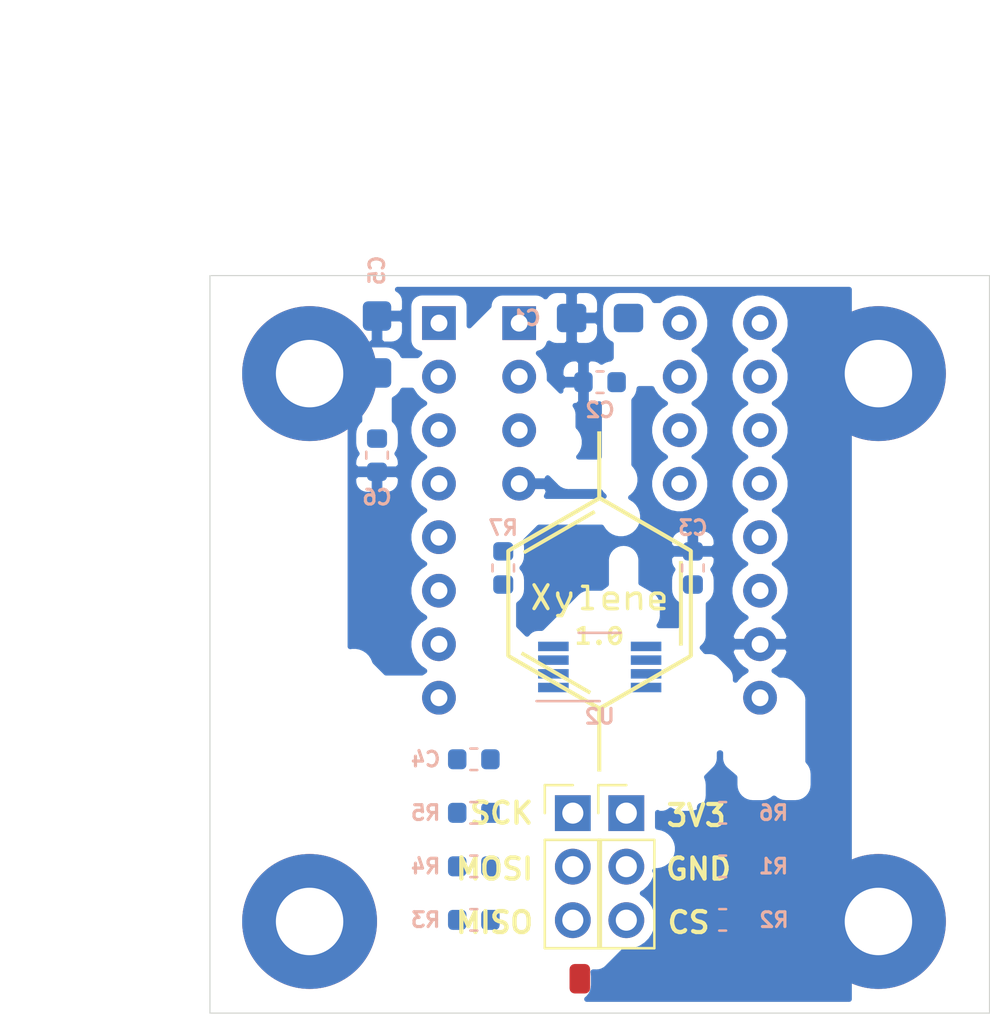
<source format=kicad_pcb>
(kicad_pcb (version 20171130) (host pcbnew "(5.1.6)-1")

  (general
    (thickness 1.6)
    (drawings 15)
    (tracks 0)
    (zones 0)
    (modules 24)
    (nets 15)
  )

  (page User 210.007 148.006)
  (title_block
    (title "XYLENE - DIP-8/16 flash adapter")
    (date 2021-04-26)
    (rev 1.0)
    (company "Author: Alicja Musiał")
  )

  (layers
    (0 F.Cu signal hide)
    (31 B.Cu signal hide)
    (32 B.Adhes user hide)
    (33 F.Adhes user hide)
    (34 B.Paste user)
    (35 F.Paste user hide)
    (36 B.SilkS user)
    (37 F.SilkS user)
    (38 B.Mask user hide)
    (39 F.Mask user hide)
    (40 Dwgs.User user)
    (41 Cmts.User user hide)
    (42 Eco1.User user hide)
    (43 Eco2.User user hide)
    (44 Edge.Cuts user)
    (45 Margin user hide)
    (46 B.CrtYd user hide)
    (47 F.CrtYd user)
    (48 B.Fab user hide)
    (49 F.Fab user hide)
  )

  (setup
    (last_trace_width 0.127)
    (user_trace_width 0.2032)
    (user_trace_width 0.381)
    (trace_clearance 0.1524)
    (zone_clearance 0.508)
    (zone_45_only yes)
    (trace_min 0.1)
    (via_size 0.8)
    (via_drill 0.4)
    (via_min_size 0.4)
    (via_min_drill 0.3)
    (uvia_size 0.3)
    (uvia_drill 0.1)
    (uvias_allowed no)
    (uvia_min_size 0.2)
    (uvia_min_drill 0.1)
    (edge_width 0.05)
    (segment_width 0.2)
    (pcb_text_width 0.3)
    (pcb_text_size 1.5 1.5)
    (mod_edge_width 0.12)
    (mod_text_size 0.7 0.7)
    (mod_text_width 0.15)
    (pad_size 6.4 6.4)
    (pad_drill 3.2)
    (pad_to_mask_clearance 0.05)
    (aux_axis_origin 0 0)
    (grid_origin 91 68)
    (visible_elements 7FFFFFFF)
    (pcbplotparams
      (layerselection 0x010fc_ffffffff)
      (usegerberextensions false)
      (usegerberattributes true)
      (usegerberadvancedattributes true)
      (creategerberjobfile true)
      (excludeedgelayer true)
      (linewidth 0.100000)
      (plotframeref false)
      (viasonmask false)
      (mode 1)
      (useauxorigin false)
      (hpglpennumber 1)
      (hpglpenspeed 20)
      (hpglpendiameter 15.000000)
      (psnegative false)
      (psa4output false)
      (plotreference true)
      (plotvalue true)
      (plotinvisibletext false)
      (padsonsilk false)
      (subtractmaskfromsilk false)
      (outputformat 1)
      (mirror false)
      (drillshape 0)
      (scaleselection 1)
      (outputdirectory "gerber/"))
  )

  (net 0 "")
  (net 1 GND)
  (net 2 V3V3)
  (net 3 "Net-(C4-Pad1)")
  (net 4 "Net-(D1-Pad2)")
  (net 5 "Net-(C3-Pad2)")
  (net 6 CS)
  (net 7 MISO)
  (net 8 MOSI)
  (net 9 SCK)
  (net 10 "Net-(R7-Pad1)")
  (net 11 "Net-(J1-Pad3)")
  (net 12 "Net-(J1-Pad2)")
  (net 13 "Net-(J1-Pad1)")
  (net 14 "Net-(J2-Pad3)")

  (net_class Default "This is the default net class."
    (clearance 0.1524)
    (trace_width 0.127)
    (via_dia 0.8)
    (via_drill 0.4)
    (uvia_dia 0.3)
    (uvia_drill 0.1)
    (add_net CS)
    (add_net GND)
    (add_net MISO)
    (add_net MOSI)
    (add_net "Net-(C3-Pad2)")
    (add_net "Net-(C4-Pad1)")
    (add_net "Net-(D1-Pad2)")
    (add_net "Net-(J1-Pad1)")
    (add_net "Net-(J1-Pad2)")
    (add_net "Net-(J1-Pad3)")
    (add_net "Net-(J2-Pad3)")
    (add_net "Net-(R7-Pad1)")
    (add_net SCK)
    (add_net V3V3)
  )

  (net_class zasilanie ""
    (clearance 0.1524)
    (trace_width 0.381)
    (via_dia 1.143)
    (via_drill 0.508)
    (uvia_dia 0.3)
    (uvia_drill 0.1)
  )

  (module MountingHole:MountingHole_3.2mm_M3_Pad (layer F.Cu) (tedit 56D1B4CB) (tstamp 6087B80B)
    (at 93.99994 54.903)
    (descr "Mounting Hole 3.2mm, M3")
    (tags "mounting hole 3.2mm m3")
    (attr virtual)
    (fp_text reference REF** (at 0 -4.2) (layer F.SilkS) hide
      (effects (font (size 1 1) (thickness 0.15)))
    )
    (fp_text value MountingHole_3.2mm_M3_Pad (at 0 4.2) (layer F.Fab)
      (effects (font (size 1 1) (thickness 0.15)))
    )
    (fp_circle (center 0 0) (end 3.2 0) (layer Cmts.User) (width 0.15))
    (fp_circle (center 0 0) (end 3.45 0) (layer F.CrtYd) (width 0.05))
    (fp_text user %R (at 0.3 0) (layer F.Fab)
      (effects (font (size 1 1) (thickness 0.15)))
    )
    (pad 1 thru_hole circle (at 0 0) (size 6.4 6.4) (drill 3.2) (layers *.Cu *.Mask))
  )

  (module MountingHole:MountingHole_3.2mm_M3_Pad (layer F.Cu) (tedit 56D1B4CB) (tstamp 6087B80B)
    (at 93.99994 80.903)
    (descr "Mounting Hole 3.2mm, M3")
    (tags "mounting hole 3.2mm m3")
    (attr virtual)
    (fp_text reference REF** (at 0 -4.2) (layer F.SilkS) hide
      (effects (font (size 1 1) (thickness 0.15)))
    )
    (fp_text value MountingHole_3.2mm_M3_Pad (at 0 4.2) (layer F.Fab)
      (effects (font (size 1 1) (thickness 0.15)))
    )
    (fp_circle (center 0 0) (end 3.2 0) (layer Cmts.User) (width 0.15))
    (fp_circle (center 0 0) (end 3.45 0) (layer F.CrtYd) (width 0.05))
    (fp_text user %R (at 0.3 0) (layer F.Fab)
      (effects (font (size 1 1) (thickness 0.15)))
    )
    (pad 1 thru_hole circle (at 0 0) (size 6.4 6.4) (drill 3.2) (layers *.Cu *.Mask))
  )

  (module MountingHole:MountingHole_3.2mm_M3_Pad (layer F.Cu) (tedit 56D1B4CB) (tstamp 6087B80B)
    (at 120.99994 80.903)
    (descr "Mounting Hole 3.2mm, M3")
    (tags "mounting hole 3.2mm m3")
    (attr virtual)
    (fp_text reference REF** (at 0 -4.2) (layer F.SilkS) hide
      (effects (font (size 1 1) (thickness 0.15)))
    )
    (fp_text value MountingHole_3.2mm_M3_Pad (at 0 4.2) (layer F.Fab)
      (effects (font (size 1 1) (thickness 0.15)))
    )
    (fp_circle (center 0 0) (end 3.2 0) (layer Cmts.User) (width 0.15))
    (fp_circle (center 0 0) (end 3.45 0) (layer F.CrtYd) (width 0.05))
    (fp_text user %R (at 0.3 0) (layer F.Fab)
      (effects (font (size 1 1) (thickness 0.15)))
    )
    (pad 1 thru_hole circle (at 0 0) (size 6.4 6.4) (drill 3.2) (layers *.Cu *.Mask))
  )

  (module MountingHole:MountingHole_3.2mm_M3_Pad (layer F.Cu) (tedit 56D1B4CB) (tstamp 6087B749)
    (at 120.99994 54.903)
    (descr "Mounting Hole 3.2mm, M3")
    (tags "mounting hole 3.2mm m3")
    (attr virtual)
    (fp_text reference REF** (at 0 -4.2) (layer F.SilkS) hide
      (effects (font (size 1 1) (thickness 0.15)))
    )
    (fp_text value MountingHole_3.2mm_M3_Pad (at 0 4.2) (layer F.Fab)
      (effects (font (size 1 1) (thickness 0.15)))
    )
    (fp_text user %R (at 0.3 0) (layer F.Fab)
      (effects (font (size 1 1) (thickness 0.15)))
    )
    (fp_circle (center 0 0) (end 3.2 0) (layer Cmts.User) (width 0.15))
    (fp_circle (center 0 0) (end 3.45 0) (layer F.CrtYd) (width 0.05))
    (pad 1 thru_hole circle (at 0 0) (size 6.4 6.4) (drill 3.2) (layers *.Cu *.Mask))
  )

  (module ksylen:xylene_logo (layer F.Cu) (tedit 0) (tstamp 6087921D)
    (at 107.764 65.714)
    (fp_text reference G*** (at 0 0) (layer F.SilkS) hide
      (effects (font (size 1.524 1.524) (thickness 0.3)))
    )
    (fp_text value LOGO (at 0.75 0) (layer F.SilkS) hide
      (effects (font (size 1.524 1.524) (thickness 0.3)))
    )
    (fp_poly (pts (xy 0.078828 -4.969945) (xy 2.225993 -3.730886) (xy 2.439827 -3.607484) (xy 2.639012 -3.492522)
      (xy 2.824073 -3.385691) (xy 2.995535 -3.286681) (xy 3.153925 -3.195182) (xy 3.299769 -3.110886)
      (xy 3.433591 -3.033482) (xy 3.555918 -2.962661) (xy 3.667275 -2.898114) (xy 3.768189 -2.839531)
      (xy 3.859185 -2.786603) (xy 3.940789 -2.73902) (xy 4.013527 -2.696473) (xy 4.077924 -2.658652)
      (xy 4.134506 -2.625247) (xy 4.1838 -2.59595) (xy 4.22633 -2.570451) (xy 4.262622 -2.548441)
      (xy 4.293203 -2.529609) (xy 4.318598 -2.513646) (xy 4.339333 -2.500243) (xy 4.355933 -2.489091)
      (xy 4.368925 -2.479879) (xy 4.378834 -2.472299) (xy 4.386186 -2.466041) (xy 4.391507 -2.460796)
      (xy 4.395322 -2.456253) (xy 4.397964 -2.452414) (xy 4.422771 -2.413) (xy 4.422771 2.596931)
      (xy 4.397737 2.636345) (xy 4.394805 2.640524) (xy 4.390821 2.645139) (xy 4.385258 2.6505)
      (xy 4.377592 2.656917) (xy 4.367296 2.664698) (xy 4.353844 2.674153) (xy 4.336712 2.685592)
      (xy 4.315372 2.699323) (xy 4.289299 2.715656) (xy 4.257967 2.734901) (xy 4.220851 2.757367)
      (xy 4.177425 2.783363) (xy 4.127163 2.813199) (xy 4.069538 2.847184) (xy 4.004027 2.885627)
      (xy 3.930101 2.928838) (xy 3.847237 2.977126) (xy 3.754907 3.0308) (xy 3.652587 3.090171)
      (xy 3.53975 3.155546) (xy 3.41587 3.227237) (xy 3.280423 3.305551) (xy 3.132881 3.390799)
      (xy 2.97272 3.48329) (xy 2.799413 3.583332) (xy 2.612434 3.691237) (xy 2.411259 3.807312)
      (xy 2.225765 3.914326) (xy 0.078828 5.152894) (xy 0.078828 8.06669) (xy -0.105103 8.06669)
      (xy -0.105145 6.601811) (xy -0.105186 5.136931) (xy -2.238816 3.906345) (xy -2.452005 3.783381)
      (xy -2.650544 3.668853) (xy -2.834959 3.56245) (xy -3.005779 3.463861) (xy -3.163532 3.372776)
      (xy -3.308743 3.288886) (xy -3.441942 3.211879) (xy -3.563655 3.141445) (xy -3.67441 3.077275)
      (xy -3.774734 3.019057) (xy -3.865155 2.966481) (xy -3.946201 2.919238) (xy -4.018398 2.877017)
      (xy -4.082275 2.839507) (xy -4.138358 2.806398) (xy -4.187176 2.77738) (xy -4.229255 2.752142)
      (xy -4.265124 2.730375) (xy -4.295309 2.711768) (xy -4.320339 2.69601) (xy -4.34074 2.682792)
      (xy -4.35704 2.671803) (xy -4.369767 2.662732) (xy -4.379448 2.65527) (xy -4.38661 2.649105)
      (xy -4.391782 2.643929) (xy -4.39549 2.63943) (xy -4.397608 2.636345) (xy -4.422771 2.596931)
      (xy -4.422771 -2.351689) (xy -4.239109 -2.351689) (xy -4.238943 0.091966) (xy -4.238776 2.535621)
      (xy -2.125957 3.754923) (xy -1.947828 3.857696) (xy -1.7736 3.958173) (xy -1.603884 4.056)
      (xy -1.439294 4.150827) (xy -1.280443 4.242302) (xy -1.127944 4.330072) (xy -0.98241 4.413786)
      (xy -0.844453 4.493092) (xy -0.714687 4.567639) (xy -0.593725 4.637074) (xy -0.48218 4.701045)
      (xy -0.380665 4.759201) (xy -0.289793 4.81119) (xy -0.210176 4.856661) (xy -0.142428 4.895261)
      (xy -0.087162 4.926638) (xy -0.044991 4.950441) (xy -0.016527 4.966318) (xy -0.002384 4.973917)
      (xy -0.000891 4.974561) (xy 0.007633 4.970266) (xy 0.030711 4.95756) (xy 0.067732 4.936793)
      (xy 0.118082 4.908317) (xy 0.181148 4.872484) (xy 0.256317 4.829645) (xy 0.342976 4.780151)
      (xy 0.440514 4.724355) (xy 0.548316 4.662607) (xy 0.665769 4.595259) (xy 0.792262 4.522662)
      (xy 0.927181 4.445169) (xy 1.069913 4.363129) (xy 1.219845 4.276896) (xy 1.376365 4.18682)
      (xy 1.538859 4.093253) (xy 1.706715 3.996546) (xy 1.87932 3.897052) (xy 2.056061 3.79512)
      (xy 2.125154 3.755259) (xy 4.238952 2.535621) (xy 4.239062 0.091783) (xy 4.239172 -2.352056)
      (xy 2.119818 -3.575159) (xy 0.000465 -4.798262) (xy -2.119322 -3.574976) (xy -4.239109 -2.351689)
      (xy -4.422771 -2.351689) (xy -4.422771 -2.413) (xy -4.397834 -2.452414) (xy -4.394912 -2.4566)
      (xy -4.390953 -2.461212) (xy -4.385428 -2.466561) (xy -4.377812 -2.472956) (xy -4.367575 -2.48071)
      (xy -4.35419 -2.490131) (xy -4.33713 -2.50153) (xy -4.315868 -2.515218) (xy -4.289875 -2.531505)
      (xy -4.258624 -2.550701) (xy -4.221588 -2.573117) (xy -4.178239 -2.599063) (xy -4.128049 -2.62885)
      (xy -4.070492 -2.662787) (xy -4.005038 -2.701186) (xy -3.931162 -2.744356) (xy -3.848335 -2.792608)
      (xy -3.756029 -2.846252) (xy -3.653718 -2.9056) (xy -3.540873 -2.97096) (xy -3.416967 -3.042644)
      (xy -3.281472 -3.120962) (xy -3.133862 -3.206224) (xy -2.973608 -3.298741) (xy -2.800183 -3.398823)
      (xy -2.613059 -3.50678) (xy -2.411708 -3.622923) (xy -2.239209 -3.722414) (xy -0.105521 -4.953)
      (xy -0.105312 -6.509845) (xy -0.105103 -8.066689) (xy 0.078828 -8.066689) (xy 0.078828 -4.969945)) (layer F.SilkS) (width 0.01))
    (fp_poly (pts (xy -3.649203 2.388252) (xy -3.627231 2.400595) (xy -3.591786 2.420726) (xy -3.543715 2.448154)
      (xy -3.483865 2.482392) (xy -3.413084 2.522951) (xy -3.332219 2.569343) (xy -3.242117 2.62108)
      (xy -3.143626 2.677673) (xy -3.037592 2.738633) (xy -2.924863 2.803473) (xy -2.806287 2.871703)
      (xy -2.682709 2.942836) (xy -2.554979 3.016382) (xy -2.423942 3.091855) (xy -2.290447 3.168764)
      (xy -2.15534 3.246622) (xy -2.019469 3.32494) (xy -1.883681 3.403231) (xy -1.748823 3.481004)
      (xy -1.615742 3.557773) (xy -1.485287 3.633048) (xy -1.358303 3.706342) (xy -1.235638 3.777165)
      (xy -1.11814 3.84503) (xy -1.006656 3.909448) (xy -0.902033 3.96993) (xy -0.805118 4.025988)
      (xy -0.716759 4.077134) (xy -0.637802 4.122879) (xy -0.569096 4.162735) (xy -0.511486 4.196214)
      (xy -0.465821 4.222826) (xy -0.432949 4.242085) (xy -0.413715 4.2535) (xy -0.408748 4.256622)
      (xy -0.410086 4.266077) (xy -0.41845 4.286272) (xy -0.431596 4.313084) (xy -0.447283 4.342389)
      (xy -0.463269 4.370061) (xy -0.477311 4.391976) (xy -0.487168 4.40401) (xy -0.489475 4.40513)
      (xy -0.497468 4.400771) (xy -0.519926 4.38805) (xy -0.55615 4.367372) (xy -0.605438 4.33914)
      (xy -0.667089 4.303759) (xy -0.740402 4.26163) (xy -0.824676 4.213159) (xy -0.919211 4.158749)
      (xy -1.023305 4.098803) (xy -1.136258 4.033726) (xy -1.257368 3.96392) (xy -1.385935 3.889789)
      (xy -1.521258 3.811738) (xy -1.662636 3.730169) (xy -1.809367 3.645487) (xy -1.960752 3.558094)
      (xy -2.100212 3.477564) (xy -2.255392 3.387938) (xy -2.406654 3.300561) (xy -2.55329 3.215843)
      (xy -2.69459 3.134192) (xy -2.829847 3.05602) (xy -2.958353 2.981736) (xy -3.079397 2.91175)
      (xy -3.192272 2.846472) (xy -3.29627 2.786311) (xy -3.390682 2.731678) (xy -3.474798 2.682982)
      (xy -3.547912 2.640634) (xy -3.609314 2.605042) (xy -3.658296 2.576618) (xy -3.694149 2.55577)
      (xy -3.716164 2.542909) (xy -3.723532 2.538522) (xy -3.731581 2.532322) (xy -3.734638 2.525071)
      (xy -3.731752 2.513418) (xy -3.721974 2.494012) (xy -3.704353 2.463501) (xy -3.700325 2.456657)
      (xy -3.682122 2.425878) (xy -3.667504 2.401419) (xy -3.658565 2.386768) (xy -3.656855 2.384183)
      (xy -3.649203 2.388252)) (layer F.SilkS) (width 0.01))
    (fp_poly (pts (xy 3.860362 -1.907507) (xy 3.945759 -1.905) (xy 3.945759 2.088931) (xy 3.774965 2.093945)
      (xy 3.774965 -1.910013) (xy 3.860362 -1.907507)) (layer F.SilkS) (width 0.01))
    (fp_poly (pts (xy 0.024675 1.822941) (xy 0.059715 1.846022) (xy 0.086225 1.882021) (xy 0.088428 1.886647)
      (xy 0.101779 1.924305) (xy 0.102979 1.956861) (xy 0.091974 1.991886) (xy 0.087585 2.001347)
      (xy 0.061557 2.037107) (xy 0.02583 2.061773) (xy -0.015414 2.074035) (xy -0.057995 2.072581)
      (xy -0.094235 2.058323) (xy -0.126704 2.029727) (xy -0.148446 1.992586) (xy -0.158551 1.951225)
      (xy -0.15611 1.909969) (xy -0.140211 1.873142) (xy -0.134715 1.865944) (xy -0.098592 1.834281)
      (xy -0.057783 1.816765) (xy -0.015593 1.813087) (xy 0.024675 1.822941)) (layer F.SilkS) (width 0.01))
    (fp_poly (pts (xy 0.790485 1.169719) (xy 0.823478 1.171474) (xy 0.847957 1.175185) (xy 0.868418 1.181492)
      (xy 0.886309 1.189522) (xy 0.942598 1.226748) (xy 0.990885 1.278096) (xy 1.029668 1.341423)
      (xy 1.057444 1.414585) (xy 1.064712 1.444104) (xy 1.071181 1.488271) (xy 1.075141 1.544165)
      (xy 1.076596 1.606178) (xy 1.075546 1.6687) (xy 1.071994 1.726122) (xy 1.06594 1.772836)
      (xy 1.064618 1.779521) (xy 1.040089 1.860787) (xy 1.003702 1.930546) (xy 0.956122 1.987857)
      (xy 0.898017 2.031779) (xy 0.878482 2.042279) (xy 0.847003 2.056668) (xy 0.819773 2.065541)
      (xy 0.790011 2.070421) (xy 0.750937 2.072831) (xy 0.740994 2.073163) (xy 0.688264 2.07281)
      (xy 0.645513 2.068533) (xy 0.624701 2.063679) (xy 0.558892 2.033592) (xy 0.504034 1.989849)
      (xy 0.460141 1.932479) (xy 0.427229 1.861509) (xy 0.415599 1.816644) (xy 0.587106 1.816644)
      (xy 0.592266 1.8337) (xy 0.606076 1.85788) (xy 0.624801 1.883916) (xy 0.644709 1.906542)
      (xy 0.659777 1.919162) (xy 0.680667 1.929348) (xy 0.704974 1.933815) (xy 0.739236 1.933674)
      (xy 0.743732 1.933434) (xy 0.775069 1.930951) (xy 0.795717 1.925771) (xy 0.812497 1.914702)
      (xy 0.832233 1.894551) (xy 0.836245 1.890133) (xy 0.864326 1.852751) (xy 0.884705 1.809695)
      (xy 0.898467 1.757593) (xy 0.906698 1.69307) (xy 0.908561 1.665324) (xy 0.913515 1.574544)
      (xy 0.809292 1.650695) (xy 0.766137 1.682075) (xy 0.722159 1.713793) (xy 0.68206 1.742474)
      (xy 0.65054 1.764743) (xy 0.646226 1.767751) (xy 0.618961 1.787596) (xy 0.598327 1.804308)
      (xy 0.587784 1.815028) (xy 0.587106 1.816644) (xy 0.415599 1.816644) (xy 0.405314 1.776969)
      (xy 0.394409 1.678887) (xy 0.393095 1.628962) (xy 0.394507 1.598067) (xy 0.560552 1.598067)
      (xy 0.560552 1.664296) (xy 0.720397 1.549233) (xy 0.766668 1.515892) (xy 0.808055 1.486006)
      (xy 0.842479 1.461084) (xy 0.86786 1.442631) (xy 0.882119 1.432153) (xy 0.884419 1.430385)
      (xy 0.883025 1.421241) (xy 0.874964 1.401815) (xy 0.866902 1.385706) (xy 0.836027 1.342963)
      (xy 0.79814 1.314504) (xy 0.756052 1.30052) (xy 0.712573 1.301204) (xy 0.670513 1.316745)
      (xy 0.632682 1.347335) (xy 0.616016 1.368651) (xy 0.591556 1.41692) (xy 0.573509 1.477476)
      (xy 0.562938 1.545923) (xy 0.560552 1.598067) (xy 0.394507 1.598067) (xy 0.397768 1.526732)
      (xy 0.41255 1.438143) (xy 0.43772 1.362338) (xy 0.473557 1.298459) (xy 0.516821 1.248893)
      (xy 0.554171 1.216755) (xy 0.589022 1.194344) (xy 0.625967 1.180056) (xy 0.669598 1.172282)
      (xy 0.724507 1.169418) (xy 0.744483 1.169276) (xy 0.790485 1.169719)) (layer F.SilkS) (width 0.01))
    (fp_poly (pts (xy -0.674414 1.909379) (xy -0.481724 1.909379) (xy -0.481724 2.058276) (xy -1.068552 2.058276)
      (xy -1.068552 1.909379) (xy -0.840828 1.909379) (xy -0.840828 1.348378) (xy -0.869293 1.362957)
      (xy -0.890094 1.374021) (xy -0.920568 1.390722) (xy -0.955176 1.410013) (xy -0.966459 1.416373)
      (xy -0.997097 1.433146) (xy -1.021499 1.44548) (xy -1.03608 1.451611) (xy -1.038539 1.451829)
      (xy -1.04357 1.442404) (xy -1.05263 1.42201) (xy -1.063833 1.395295) (xy -1.075295 1.366912)
      (xy -1.085133 1.34151) (xy -1.091461 1.323739) (xy -1.092712 1.318125) (xy -1.0846 1.313738)
      (xy -1.063484 1.302588) (xy -1.031898 1.286003) (xy -0.992375 1.265315) (xy -0.953599 1.245062)
      (xy -0.81675 1.173655) (xy -0.674414 1.173655) (xy -0.674414 1.909379)) (layer F.SilkS) (width 0.01))
    (fp_poly (pts (xy -1.949839 -0.46638) (xy -1.926631 -0.446155) (xy -1.911009 -0.411591) (xy -1.902607 -0.361987)
      (xy -1.90083 -0.318611) (xy -1.90031 -0.301824) (xy -1.898354 -0.285278) (xy -1.894163 -0.266808)
      (xy -1.886937 -0.244245) (xy -1.875877 -0.215423) (xy -1.860183 -0.178175) (xy -1.839055 -0.130335)
      (xy -1.811695 -0.069734) (xy -1.797414 -0.038335) (xy -1.765484 0.03124) (xy -1.739671 0.086141)
      (xy -1.719219 0.127808) (xy -1.70337 0.157679) (xy -1.691368 0.177192) (xy -1.682455 0.187787)
      (xy -1.676826 0.190843) (xy -1.670935 0.189694) (xy -1.663918 0.183551) (xy -1.654931 0.170826)
      (xy -1.643134 0.149927) (xy -1.627684 0.119266) (xy -1.607738 0.077252) (xy -1.582456 0.022295)
      (xy -1.552309 -0.044279) (xy -1.521738 -0.112191) (xy -1.497617 -0.166301) (xy -1.479182 -0.208769)
      (xy -1.465669 -0.241757) (xy -1.456313 -0.267426) (xy -1.450351 -0.287936) (xy -1.447017 -0.305449)
      (xy -1.445549 -0.322124) (xy -1.445182 -0.340123) (xy -1.445172 -0.347229) (xy -1.441669 -0.400013)
      (xy -1.43137 -0.438663) (xy -1.414588 -0.46223) (xy -1.405366 -0.467525) (xy -1.368931 -0.472774)
      (xy -1.333073 -0.462929) (xy -1.316471 -0.451835) (xy -1.30586 -0.442085) (xy -1.298849 -0.432169)
      (xy -1.294695 -0.418429) (xy -1.292648 -0.397208) (xy -1.291965 -0.364847) (xy -1.291897 -0.331404)
      (xy -1.291897 -0.232103) (xy -1.500905 0.223345) (xy -1.539768 0.307882) (xy -1.57685 0.388264)
      (xy -1.611441 0.462965) (xy -1.642828 0.530462) (xy -1.670299 0.589231) (xy -1.693143 0.637748)
      (xy -1.710648 0.674489) (xy -1.722101 0.69793) (xy -1.726225 0.705755) (xy -1.743891 0.727359)
      (xy -1.764224 0.742586) (xy -1.765059 0.742979) (xy -1.786418 0.748156) (xy -1.820471 0.751474)
      (xy -1.862496 0.752987) (xy -1.907776 0.752745) (xy -1.95159 0.750801) (xy -1.989218 0.747206)
      (xy -2.015941 0.742014) (xy -2.021118 0.740156) (xy -2.04952 0.719791) (xy -2.064079 0.69189)
      (xy -2.064109 0.660484) (xy -2.048919 0.629606) (xy -2.041432 0.621188) (xy -2.028703 0.609327)
      (xy -2.016408 0.601842) (xy -2.000235 0.597727) (xy -1.975868 0.595978) (xy -1.938995 0.59559)
      (xy -1.931588 0.595586) (xy -1.847346 0.595586) (xy -1.790776 0.47625) (xy -1.771091 0.434517)
      (xy -1.754386 0.398707) (xy -1.741962 0.371644) (xy -1.735124 0.356153) (xy -1.734207 0.353629)
      (xy -1.741744 0.351184) (xy -1.756766 0.350345) (xy -1.779062 0.343915) (xy -1.796636 0.330638)
      (xy -1.804297 0.318059) (xy -1.817897 0.291751) (xy -1.836375 0.254044) (xy -1.858672 0.207267)
      (xy -1.883725 0.153748) (xy -1.910475 0.095818) (xy -1.93786 0.035805) (xy -1.96482 -0.023962)
      (xy -1.990293 -0.081152) (xy -2.013221 -0.133438) (xy -2.032541 -0.17849) (xy -2.047192 -0.213978)
      (xy -2.056115 -0.237574) (xy -2.057688 -0.242591) (xy -2.064061 -0.278411) (xy -2.06659 -0.321524)
      (xy -2.065387 -0.365401) (xy -2.060559 -0.403517) (xy -2.054638 -0.424369) (xy -2.035033 -0.454538)
      (xy -2.006521 -0.470059) (xy -1.980994 -0.472965) (xy -1.949839 -0.46638)) (layer F.SilkS) (width 0.01))
    (fp_poly (pts (xy -3.067203 -0.85208) (xy -3.059164 -0.845886) (xy -3.04825 -0.832914) (xy -3.030045 -0.806899)
      (xy -3.005936 -0.770018) (xy -2.977312 -0.724443) (xy -2.945559 -0.672349) (xy -2.912064 -0.615911)
      (xy -2.908232 -0.609357) (xy -2.782514 -0.394044) (xy -2.737018 -0.470729) (xy -2.717573 -0.50355)
      (xy -2.69166 -0.547354) (xy -2.661708 -0.598032) (xy -2.630145 -0.651475) (xy -2.603149 -0.69722)
      (xy -2.569004 -0.75426) (xy -2.541528 -0.797533) (xy -2.51906 -0.828681) (xy -2.499938 -0.849346)
      (xy -2.482502 -0.861171) (xy -2.465091 -0.865797) (xy -2.446042 -0.864866) (xy -2.435582 -0.862874)
      (xy -2.407622 -0.849448) (xy -2.38544 -0.825899) (xy -2.374122 -0.798113) (xy -2.373586 -0.791125)
      (xy -2.37402 -0.782866) (xy -2.375871 -0.773578) (xy -2.379963 -0.761707) (xy -2.387117 -0.745703)
      (xy -2.398158 -0.724014) (xy -2.413909 -0.695087) (xy -2.435193 -0.657371) (xy -2.462833 -0.609314)
      (xy -2.497653 -0.549364) (xy -2.540475 -0.475969) (xy -2.543612 -0.470598) (xy -2.577465 -0.412538)
      (xy -2.608401 -0.359273) (xy -2.635326 -0.312703) (xy -2.657148 -0.274729) (xy -2.672772 -0.247248)
      (xy -2.681105 -0.232162) (xy -2.682175 -0.229955) (xy -2.67847 -0.22091) (xy -2.66689 -0.198515)
      (xy -2.648415 -0.164531) (xy -2.624025 -0.120723) (xy -2.594701 -0.068853) (xy -2.561424 -0.010684)
      (xy -2.529052 0.045342) (xy -2.492869 0.108181) (xy -2.45967 0.166801) (xy -2.430461 0.219351)
      (xy -2.406249 0.263977) (xy -2.38804 0.298828) (xy -2.376842 0.322052) (xy -2.373586 0.331357)
      (xy -2.381062 0.363681) (xy -2.400638 0.391199) (xy -2.428038 0.410289) (xy -2.458985 0.417328)
      (xy -2.473014 0.415577) (xy -2.484907 0.41127) (xy -2.496983 0.403417) (xy -2.510352 0.390463)
      (xy -2.526123 0.370849) (xy -2.545405 0.343018) (xy -2.569306 0.305413) (xy -2.598937 0.256475)
      (xy -2.635407 0.194648) (xy -2.658387 0.155261) (xy -2.690214 0.101186) (xy -2.719364 0.052821)
      (xy -2.744658 0.012028) (xy -2.764918 -0.019331) (xy -2.778966 -0.039393) (xy -2.785624 -0.046295)
      (xy -2.78584 -0.046187) (xy -2.791747 -0.037098) (xy -2.805238 -0.014888) (xy -2.825107 0.018408)
      (xy -2.850148 0.060761) (xy -2.879154 0.110136) (xy -2.910919 0.164502) (xy -2.912033 0.166414)
      (xy -2.944578 0.221787) (xy -2.975184 0.272954) (xy -3.00249 0.317711) (xy -3.025136 0.353855)
      (xy -3.041761 0.379181) (xy -3.05093 0.391412) (xy -3.081771 0.411786) (xy -3.116531 0.41519)
      (xy -3.141466 0.407845) (xy -3.170956 0.387312) (xy -3.185827 0.357532) (xy -3.188138 0.335)
      (xy -3.183423 0.318835) (xy -3.16927 0.288013) (xy -3.145673 0.242519) (xy -3.112622 0.182336)
      (xy -3.070109 0.107448) (xy -3.033784 0.04467) (xy -2.992512 -0.026383) (xy -2.959381 -0.083937)
      (xy -2.933597 -0.129564) (xy -2.914366 -0.164831) (xy -2.900892 -0.191308) (xy -2.892382 -0.210564)
      (xy -2.888041 -0.224169) (xy -2.887075 -0.233691) (xy -2.888688 -0.240699) (xy -2.88897 -0.241341)
      (xy -2.895587 -0.253807) (xy -2.90992 -0.279426) (xy -2.930842 -0.316229) (xy -2.957225 -0.362248)
      (xy -2.987942 -0.415514) (xy -3.021867 -0.474059) (xy -3.043323 -0.510953) (xy -3.085822 -0.58417)
      (xy -3.119988 -0.643978) (xy -3.14642 -0.692035) (xy -3.165717 -0.730002) (xy -3.178477 -0.759537)
      (xy -3.185299 -0.782302) (xy -3.186781 -0.799954) (xy -3.183522 -0.814155) (xy -3.17612 -0.826563)
      (xy -3.165175 -0.838839) (xy -3.162536 -0.841501) (xy -3.131845 -0.862417) (xy -3.099693 -0.865959)
      (xy -3.067203 -0.85208)) (layer F.SilkS) (width 0.01))
    (fp_poly (pts (xy -0.678109 -0.795411) (xy -0.622646 -0.794332) (xy -0.582018 -0.79313) (xy -0.553544 -0.791438)
      (xy -0.534542 -0.788887) (xy -0.52233 -0.78511) (xy -0.51423 -0.77974) (xy -0.507558 -0.772409)
      (xy -0.507208 -0.771978) (xy -0.503658 -0.766966) (xy -0.500649 -0.760485) (xy -0.498135 -0.751145)
      (xy -0.496073 -0.737553) (xy -0.494419 -0.718319) (xy -0.493126 -0.692052) (xy -0.492152 -0.65736)
      (xy -0.49145 -0.612853) (xy -0.490978 -0.557139) (xy -0.49069 -0.488826) (xy -0.490541 -0.406525)
      (xy -0.490488 -0.308843) (xy -0.490483 -0.249669) (xy -0.490483 0.251963) (xy -0.403137 0.255471)
      (xy -0.350187 0.259289) (xy -0.312263 0.266662) (xy -0.287024 0.278849) (xy -0.272128 0.297108)
      (xy -0.265237 0.322698) (xy -0.264518 0.330012) (xy -0.268398 0.366372) (xy -0.28651 0.392698)
      (xy -0.319196 0.409426) (xy -0.328448 0.411879) (xy -0.351976 0.415112) (xy -0.389065 0.417543)
      (xy -0.436639 0.419201) (xy -0.491624 0.420112) (xy -0.550943 0.420303) (xy -0.611519 0.419802)
      (xy -0.670278 0.418636) (xy -0.724143 0.416832) (xy -0.770039 0.414417) (xy -0.80489 0.411418)
      (xy -0.825619 0.407863) (xy -0.826814 0.407472) (xy -0.861034 0.388485) (xy -0.879648 0.362141)
      (xy -0.882138 0.329623) (xy -0.873054 0.301768) (xy -0.859127 0.281844) (xy -0.837728 0.267941)
      (xy -0.80623 0.259238) (xy -0.762004 0.254914) (xy -0.720397 0.254049) (xy -0.648138 0.254)
      (xy -0.648138 -0.639379) (xy -0.73178 -0.639379) (xy -0.786636 -0.641418) (xy -0.826661 -0.648049)
      (xy -0.854119 -0.660043) (xy -0.871274 -0.678169) (xy -0.876238 -0.688541) (xy -0.883932 -0.721119)
      (xy -0.87758 -0.747755) (xy -0.858453 -0.771998) (xy -0.832285 -0.798166) (xy -0.678109 -0.795411)) (layer F.SilkS) (width 0.01))
    (fp_poly (pts (xy 0.491219 -0.472372) (xy 0.540272 -0.471444) (xy 0.600139 -0.469926) (xy 0.646202 -0.467342)
      (xy 0.682172 -0.462464) (xy 0.711759 -0.454068) (xy 0.738677 -0.440927) (xy 0.766635 -0.421815)
      (xy 0.799347 -0.395508) (xy 0.818196 -0.379652) (xy 0.851163 -0.350749) (xy 0.875711 -0.325359)
      (xy 0.893144 -0.300084) (xy 0.904767 -0.271525) (xy 0.911883 -0.236286) (xy 0.915796 -0.190967)
      (xy 0.91781 -0.13217) (xy 0.918083 -0.119356) (xy 0.918808 -0.057431) (xy 0.917789 -0.010606)
      (xy 0.914493 0.023495) (xy 0.908388 0.047246) (xy 0.898939 0.063024) (xy 0.885614 0.073204)
      (xy 0.873728 0.078259) (xy 0.856406 0.081098) (xy 0.822807 0.083473) (xy 0.774167 0.085346)
      (xy 0.711722 0.086677) (xy 0.636708 0.087427) (xy 0.576762 0.087586) (xy 0.306552 0.087586)
      (xy 0.306552 0.123272) (xy 0.30825 0.144382) (xy 0.315206 0.162526) (xy 0.330213 0.182936)
      (xy 0.349773 0.204289) (xy 0.392994 0.249621) (xy 0.62943 0.254) (xy 0.700266 0.25538)
      (xy 0.755745 0.256712) (xy 0.798025 0.258182) (xy 0.829265 0.25998) (xy 0.851623 0.262293)
      (xy 0.867258 0.26531) (xy 0.878329 0.269219) (xy 0.886994 0.274208) (xy 0.890571 0.276772)
      (xy 0.909309 0.296582) (xy 0.917259 0.323365) (xy 0.917896 0.330012) (xy 0.914015 0.366372)
      (xy 0.895903 0.392698) (xy 0.863218 0.409426) (xy 0.853965 0.411879) (xy 0.834554 0.41424)
      (xy 0.800784 0.416137) (xy 0.755767 0.417571) (xy 0.702613 0.418541) (xy 0.644436 0.419048)
      (xy 0.584346 0.419094) (xy 0.525454 0.418678) (xy 0.470873 0.417801) (xy 0.423713 0.416463)
      (xy 0.387086 0.414665) (xy 0.364104 0.412409) (xy 0.360934 0.411792) (xy 0.336117 0.40324)
      (xy 0.317141 0.392364) (xy 0.270437 0.353155) (xy 0.233268 0.321008) (xy 0.204549 0.29326)
      (xy 0.183194 0.267249) (xy 0.168117 0.240312) (xy 0.158231 0.209787) (xy 0.152451 0.173011)
      (xy 0.149691 0.127322) (xy 0.148865 0.070057) (xy 0.148886 -0.001447) (xy 0.148897 -0.020105)
      (xy 0.149065 -0.09186) (xy 0.14959 -0.142568) (xy 0.306552 -0.142568) (xy 0.306552 -0.070069)
      (xy 0.762 -0.070069) (xy 0.762 -0.220865) (xy 0.720397 -0.25939) (xy 0.692125 -0.282754)
      (xy 0.663674 -0.298934) (xy 0.631161 -0.308949) (xy 0.590701 -0.313817) (xy 0.538414 -0.314557)
      (xy 0.51255 -0.3139) (xy 0.469627 -0.31222) (xy 0.439748 -0.309845) (xy 0.418445 -0.305747)
      (xy 0.401248 -0.298896) (xy 0.383689 -0.288265) (xy 0.374821 -0.282211) (xy 0.343576 -0.258934)
      (xy 0.323588 -0.237908) (xy 0.312396 -0.214099) (xy 0.30754 -0.182473) (xy 0.306552 -0.142568)
      (xy 0.14959 -0.142568) (xy 0.14965 -0.148348) (xy 0.150776 -0.191817) (xy 0.152565 -0.224514)
      (xy 0.155138 -0.248689) (xy 0.158619 -0.266588) (xy 0.163069 -0.280308) (xy 0.178927 -0.306773)
      (xy 0.206012 -0.338867) (xy 0.240585 -0.373115) (xy 0.278909 -0.40604) (xy 0.317248 -0.434164)
      (xy 0.347582 -0.451959) (xy 0.364907 -0.460206) (xy 0.380528 -0.466075) (xy 0.397707 -0.469897)
      (xy 0.419707 -0.472) (xy 0.44979 -0.472715) (xy 0.491219 -0.472372)) (layer F.SilkS) (width 0.01))
    (fp_poly (pts (xy 1.776457 -0.471991) (xy 1.815612 -0.469702) (xy 1.846162 -0.466357) (xy 1.858311 -0.463941)
      (xy 1.889796 -0.449158) (xy 1.924363 -0.423649) (xy 1.956866 -0.392155) (xy 1.982162 -0.359416)
      (xy 1.991832 -0.340917) (xy 1.996644 -0.320507) (xy 2.001388 -0.284762) (xy 2.005949 -0.235864)
      (xy 2.01021 -0.175993) (xy 2.014055 -0.107331) (xy 2.017369 -0.032062) (xy 2.020034 0.047635)
      (xy 2.021936 0.129577) (xy 2.022957 0.211583) (xy 2.023098 0.246943) (xy 2.022986 0.295295)
      (xy 2.022198 0.329457) (xy 2.020258 0.352752) (xy 2.016689 0.368506) (xy 2.011018 0.380043)
      (xy 2.002766 0.390688) (xy 2.00248 0.391022) (xy 1.976105 0.409847) (xy 1.944475 0.415585)
      (xy 1.913781 0.407757) (xy 1.901019 0.398878) (xy 1.891544 0.388451) (xy 1.883898 0.374801)
      (xy 1.877811 0.355928) (xy 1.873016 0.329833) (xy 1.869245 0.294516) (xy 1.86623 0.247977)
      (xy 1.863703 0.188217) (xy 1.861396 0.113235) (xy 1.861057 0.100724) (xy 1.858354 0.0076)
      (xy 1.855587 -0.069554) (xy 1.85261 -0.132285) (xy 1.849277 -0.182138) (xy 1.845442 -0.220662)
      (xy 1.84096 -0.249402) (xy 1.835683 -0.269905) (xy 1.829468 -0.283719) (xy 1.824142 -0.290578)
      (xy 1.803004 -0.30246) (xy 1.770692 -0.3106) (xy 1.733281 -0.31432) (xy 1.696844 -0.312943)
      (xy 1.671988 -0.307547) (xy 1.654545 -0.299461) (xy 1.625716 -0.283889) (xy 1.588891 -0.26275)
      (xy 1.54746 -0.237967) (xy 1.527009 -0.225388) (xy 1.410851 -0.153276) (xy 1.410495 0.09897)
      (xy 1.410218 0.178921) (xy 1.409444 0.243209) (xy 1.407878 0.293686) (xy 1.405229 0.332205)
      (xy 1.401202 0.360616) (xy 1.395505 0.380774) (xy 1.387845 0.394531) (xy 1.377929 0.403738)
      (xy 1.365464 0.410248) (xy 1.360976 0.412032) (xy 1.335582 0.419332) (xy 1.314946 0.417201)
      (xy 1.296448 0.409164) (xy 1.286355 0.403683) (xy 1.277949 0.39733) (xy 1.271075 0.388556)
      (xy 1.265578 0.375815) (xy 1.261303 0.357561) (xy 1.258096 0.332246) (xy 1.255802 0.298323)
      (xy 1.254265 0.254245) (xy 1.253332 0.198467) (xy 1.252847 0.12944) (xy 1.252656 0.045617)
      (xy 1.252612 -0.0289) (xy 1.252644 -0.126082) (xy 1.252902 -0.207253) (xy 1.253523 -0.273918)
      (xy 1.254642 -0.327583) (xy 1.256396 -0.369753) (xy 1.258921 -0.401935) (xy 1.262353 -0.425634)
      (xy 1.266828 -0.442356) (xy 1.272483 -0.453605) (xy 1.279453 -0.460889) (xy 1.287876 -0.465712)
      (xy 1.292289 -0.467525) (xy 1.328202 -0.4728) (xy 1.363536 -0.46361) (xy 1.380119 -0.452743)
      (xy 1.396059 -0.434376) (xy 1.404771 -0.410028) (xy 1.407998 -0.387053) (xy 1.411082 -0.361552)
      (xy 1.414295 -0.345054) (xy 1.416027 -0.341586) (xy 1.424417 -0.34616) (xy 1.443822 -0.358411)
      (xy 1.470794 -0.376135) (xy 1.485625 -0.38608) (xy 1.535696 -0.418837) (xy 1.576373 -0.442251)
      (xy 1.612006 -0.457839) (xy 1.646946 -0.467119) (xy 1.685541 -0.47161) (xy 1.732142 -0.472829)
      (xy 1.734207 -0.472831) (xy 1.776457 -0.471991)) (layer F.SilkS) (width 0.01))
    (fp_poly (pts (xy 2.840041 -0.470328) (xy 2.883727 -0.464478) (xy 2.920961 -0.453488) (xy 2.955413 -0.436115)
      (xy 2.990753 -0.411114) (xy 3.030651 -0.377243) (xy 3.050789 -0.359033) (xy 3.078475 -0.331872)
      (xy 3.099067 -0.305924) (xy 3.11358 -0.277926) (xy 3.12303 -0.244615) (xy 3.128433 -0.202728)
      (xy 3.130805 -0.149002) (xy 3.131207 -0.100724) (xy 3.130675 -0.042325) (xy 3.128654 0.001127)
      (xy 3.12451 0.032182) (xy 3.117604 0.053391) (xy 3.107303 0.067304) (xy 3.092968 0.07647)
      (xy 3.086311 0.079247) (xy 3.072213 0.081341) (xy 3.04285 0.083234) (xy 3.000472 0.084864)
      (xy 2.947331 0.086168) (xy 2.885678 0.087082) (xy 2.817764 0.087543) (xy 2.78905 0.087586)
      (xy 2.513724 0.087586) (xy 2.513724 0.114297) (xy 2.520594 0.151013) (xy 2.54207 0.18793)
      (xy 2.570373 0.218966) (xy 2.602241 0.249621) (xy 2.840448 0.254) (xy 2.916243 0.255506)
      (xy 2.976467 0.25719) (xy 3.023065 0.259442) (xy 3.057983 0.262656) (xy 3.083166 0.267224)
      (xy 3.100559 0.273537) (xy 3.112108 0.281987) (xy 3.119758 0.292968) (xy 3.125453 0.306871)
      (xy 3.127111 0.311789) (xy 3.130741 0.347421) (xy 3.117814 0.378837) (xy 3.094783 0.400249)
      (xy 3.085977 0.405026) (xy 3.0744 0.408786) (xy 3.057922 0.411675) (xy 3.034412 0.413839)
      (xy 3.001739 0.415423) (xy 2.957773 0.416574) (xy 2.900383 0.417438) (xy 2.833823 0.418104)
      (xy 2.7568 0.418553) (xy 2.695425 0.418361) (xy 2.647838 0.417461) (xy 2.61218 0.415785)
      (xy 2.58659 0.413267) (xy 2.56921 0.409838) (xy 2.564525 0.408339) (xy 2.530847 0.391057)
      (xy 2.49277 0.363677) (xy 2.453911 0.329733) (xy 2.417888 0.292759) (xy 2.38832 0.256287)
      (xy 2.368823 0.223853) (xy 2.364787 0.213252) (xy 2.361071 0.190352) (xy 2.358547 0.150576)
      (xy 2.35721 0.09376) (xy 2.357056 0.019741) (xy 2.35761 -0.039414) (xy 2.358064 -0.070069)
      (xy 2.511981 -0.070069) (xy 2.969172 -0.070069) (xy 2.969172 -0.222286) (xy 2.924598 -0.26348)
      (xy 2.901123 -0.283928) (xy 2.879812 -0.298182) (xy 2.856709 -0.307344) (xy 2.82786 -0.312517)
      (xy 2.78931 -0.314805) (xy 2.738739 -0.31531) (xy 2.684051 -0.313502) (xy 2.641435 -0.306986)
      (xy 2.605716 -0.294127) (xy 2.57172 -0.273288) (xy 2.548759 -0.255243) (xy 2.534277 -0.242528)
      (xy 2.525115 -0.23083) (xy 2.519851 -0.215707) (xy 2.517065 -0.192717) (xy 2.515334 -0.157419)
      (xy 2.515042 -0.149862) (xy 2.511981 -0.070069) (xy 2.358064 -0.070069) (xy 2.358706 -0.113373)
      (xy 2.360305 -0.17225) (xy 2.363078 -0.218479) (xy 2.367692 -0.254494) (xy 2.374818 -0.282729)
      (xy 2.385124 -0.305618) (xy 2.39928 -0.325596) (xy 2.417955 -0.345096) (xy 2.441817 -0.366552)
      (xy 2.449339 -0.373086) (xy 2.488538 -0.406715) (xy 2.519725 -0.43136) (xy 2.546905 -0.448484)
      (xy 2.574084 -0.459552) (xy 2.605268 -0.466031) (xy 2.644462 -0.469384) (xy 2.695672 -0.471077)
      (xy 2.718637 -0.47158) (xy 2.786234 -0.472281) (xy 2.840041 -0.470328)) (layer F.SilkS) (width 0.01))
    (fp_poly (pts (xy -0.274284 -4.319904) (xy -0.261496 -4.301984) (xy -0.245282 -4.276966) (xy -0.22804 -4.248816)
      (xy -0.212174 -4.221501) (xy -0.200082 -4.198987) (xy -0.194166 -4.185241) (xy -0.194196 -4.182942)
      (xy -0.202721 -4.177858) (xy -0.225571 -4.16453) (xy -0.26191 -4.143441) (xy -0.310899 -4.115073)
      (xy -0.371698 -4.07991) (xy -0.443469 -4.038435) (xy -0.525374 -3.991131) (xy -0.616575 -3.938481)
      (xy -0.716232 -3.880969) (xy -0.823507 -3.819077) (xy -0.937562 -3.753289) (xy -1.057557 -3.684088)
      (xy -1.182656 -3.611956) (xy -1.312018 -3.537378) (xy -1.444806 -3.460836) (xy -1.58018 -3.382813)
      (xy -1.717303 -3.303793) (xy -1.855335 -3.224258) (xy -1.993439 -3.144693) (xy -2.130775 -3.065579)
      (xy -2.266506 -2.9874) (xy -2.399792 -2.910639) (xy -2.529795 -2.835779) (xy -2.655677 -2.763304)
      (xy -2.776598 -2.693697) (xy -2.891721 -2.62744) (xy -3.000207 -2.565017) (xy -3.101217 -2.506912)
      (xy -3.193913 -2.453606) (xy -3.277456 -2.405583) (xy -3.351008 -2.363327) (xy -3.41373 -2.327321)
      (xy -3.464783 -2.298047) (xy -3.50333 -2.275988) (xy -3.528531 -2.261629) (xy -3.539548 -2.255452)
      (xy -3.53996 -2.255246) (xy -3.549784 -2.256117) (xy -3.561911 -2.267329) (xy -3.578294 -2.291048)
      (xy -3.590333 -2.311075) (xy -3.607702 -2.341287) (xy -3.621702 -2.366512) (xy -3.629854 -2.382261)
      (xy -3.630679 -2.384167) (xy -3.624859 -2.389334) (xy -3.606119 -2.401829) (xy -3.574303 -2.421744)
      (xy -3.529253 -2.44917) (xy -3.470815 -2.484199) (xy -3.398832 -2.526921) (xy -3.313148 -2.57743)
      (xy -3.213606 -2.635816) (xy -3.100051 -2.70217) (xy -2.972327 -2.776584) (xy -2.830276 -2.85915)
      (xy -2.673743 -2.949958) (xy -2.502573 -3.049101) (xy -2.316608 -3.15667) (xy -2.115692 -3.272756)
      (xy -1.962301 -3.36131) (xy -1.804026 -3.452633) (xy -1.649738 -3.541614) (xy -1.500126 -3.627857)
      (xy -1.355879 -3.710967) (xy -1.217684 -3.790549) (xy -1.08623 -3.866208) (xy -0.962204 -3.937548)
      (xy -0.846294 -4.004175) (xy -0.73919 -4.065692) (xy -0.641578 -4.121706) (xy -0.554147 -4.17182)
      (xy -0.477586 -4.21564) (xy -0.412582 -4.25277) (xy -0.359822 -4.282816) (xy -0.319997 -4.305382)
      (xy -0.293793 -4.320072) (xy -0.281898 -4.326492) (xy -0.281243 -4.326758) (xy -0.274284 -4.319904)) (layer F.SilkS) (width 0.01))
  )

  (module Connector_PinHeader_2.54mm:PinHeader_1x03_P2.54mm_Vertical (layer F.Cu) (tedit 59FED5CC) (tstamp 60876EAD)
    (at 109.034 75.762)
    (descr "Through hole straight pin header, 1x03, 2.54mm pitch, single row")
    (tags "Through hole pin header THT 1x03 2.54mm single row")
    (path /5FE8D895)
    (fp_text reference J2 (at 0 7.097) (layer F.SilkS) hide
      (effects (font (size 0.7 0.7) (thickness 0.15)))
    )
    (fp_text value Conn1 (at 0 7.41) (layer F.Fab)
      (effects (font (size 1 1) (thickness 0.15)))
    )
    (fp_text user %R (at 0 2.54 90) (layer F.Fab)
      (effects (font (size 1 1) (thickness 0.15)))
    )
    (fp_line (start -0.635 -1.27) (end 1.27 -1.27) (layer F.Fab) (width 0.1))
    (fp_line (start 1.27 -1.27) (end 1.27 6.35) (layer F.Fab) (width 0.1))
    (fp_line (start 1.27 6.35) (end -1.27 6.35) (layer F.Fab) (width 0.1))
    (fp_line (start -1.27 6.35) (end -1.27 -0.635) (layer F.Fab) (width 0.1))
    (fp_line (start -1.27 -0.635) (end -0.635 -1.27) (layer F.Fab) (width 0.1))
    (fp_line (start -1.33 6.41) (end 1.33 6.41) (layer F.SilkS) (width 0.12))
    (fp_line (start -1.33 1.27) (end -1.33 6.41) (layer F.SilkS) (width 0.12))
    (fp_line (start 1.33 1.27) (end 1.33 6.41) (layer F.SilkS) (width 0.12))
    (fp_line (start -1.33 1.27) (end 1.33 1.27) (layer F.SilkS) (width 0.12))
    (fp_line (start -1.33 0) (end -1.33 -1.33) (layer F.SilkS) (width 0.12))
    (fp_line (start -1.33 -1.33) (end 0 -1.33) (layer F.SilkS) (width 0.12))
    (fp_line (start -1.8 -1.8) (end -1.8 6.85) (layer F.CrtYd) (width 0.05))
    (fp_line (start -1.8 6.85) (end 1.8 6.85) (layer F.CrtYd) (width 0.05))
    (fp_line (start 1.8 6.85) (end 1.8 -1.8) (layer F.CrtYd) (width 0.05))
    (fp_line (start 1.8 -1.8) (end -1.8 -1.8) (layer F.CrtYd) (width 0.05))
    (pad 3 thru_hole oval (at 0 5.08) (size 1.7 1.7) (drill 1) (layers *.Cu *.Mask)
      (net 14 "Net-(J2-Pad3)"))
    (pad 2 thru_hole oval (at 0 2.54) (size 1.7 1.7) (drill 1) (layers *.Cu *.Mask)
      (net 1 GND))
    (pad 1 thru_hole rect (at 0 0) (size 1.7 1.7) (drill 1) (layers *.Cu *.Mask)
      (net 2 V3V3))
    (model ${KISYS3DMOD}/Connector_PinHeader_2.54mm.3dshapes/PinHeader_1x03_P2.54mm_Vertical.wrl
      (at (xyz 0 0 0))
      (scale (xyz 1 1 1))
      (rotate (xyz 0 0 0))
    )
  )

  (module Connector_PinHeader_2.54mm:PinHeader_1x03_P2.54mm_Vertical (layer F.Cu) (tedit 59FED5CC) (tstamp 5FE4E553)
    (at 106.494 75.762)
    (descr "Through hole straight pin header, 1x03, 2.54mm pitch, single row")
    (tags "Through hole pin header THT 1x03 2.54mm single row")
    (path /5FF5C69A)
    (fp_text reference J1 (at 0 6.97) (layer F.SilkS) hide
      (effects (font (size 0.7 0.7) (thickness 0.15)))
    )
    (fp_text value Conn2 (at 0 7.41) (layer F.Fab)
      (effects (font (size 1 1) (thickness 0.15)))
    )
    (fp_text user %R (at 0 2.54 90) (layer F.Fab)
      (effects (font (size 1 1) (thickness 0.15)))
    )
    (fp_line (start -0.635 -1.27) (end 1.27 -1.27) (layer F.Fab) (width 0.1))
    (fp_line (start 1.27 -1.27) (end 1.27 6.35) (layer F.Fab) (width 0.1))
    (fp_line (start 1.27 6.35) (end -1.27 6.35) (layer F.Fab) (width 0.1))
    (fp_line (start -1.27 6.35) (end -1.27 -0.635) (layer F.Fab) (width 0.1))
    (fp_line (start -1.27 -0.635) (end -0.635 -1.27) (layer F.Fab) (width 0.1))
    (fp_line (start -1.33 6.41) (end 1.33 6.41) (layer F.SilkS) (width 0.12))
    (fp_line (start -1.33 1.27) (end -1.33 6.41) (layer F.SilkS) (width 0.12))
    (fp_line (start 1.33 1.27) (end 1.33 6.41) (layer F.SilkS) (width 0.12))
    (fp_line (start -1.33 1.27) (end 1.33 1.27) (layer F.SilkS) (width 0.12))
    (fp_line (start -1.33 0) (end -1.33 -1.33) (layer F.SilkS) (width 0.12))
    (fp_line (start -1.33 -1.33) (end 0 -1.33) (layer F.SilkS) (width 0.12))
    (fp_line (start -1.8 -1.8) (end -1.8 6.85) (layer F.CrtYd) (width 0.05))
    (fp_line (start -1.8 6.85) (end 1.8 6.85) (layer F.CrtYd) (width 0.05))
    (fp_line (start 1.8 6.85) (end 1.8 -1.8) (layer F.CrtYd) (width 0.05))
    (fp_line (start 1.8 -1.8) (end -1.8 -1.8) (layer F.CrtYd) (width 0.05))
    (pad 3 thru_hole oval (at 0 5.08) (size 1.7 1.7) (drill 1) (layers *.Cu *.Mask)
      (net 11 "Net-(J1-Pad3)"))
    (pad 2 thru_hole oval (at 0 2.54) (size 1.7 1.7) (drill 1) (layers *.Cu *.Mask)
      (net 12 "Net-(J1-Pad2)"))
    (pad 1 thru_hole rect (at 0 0) (size 1.7 1.7) (drill 1) (layers *.Cu *.Mask)
      (net 13 "Net-(J1-Pad1)"))
    (model ${KISYS3DMOD}/Connector_PinHeader_2.54mm.3dshapes/PinHeader_1x03_P2.54mm_Vertical.wrl
      (at (xyz 0 0 0))
      (scale (xyz 1 1 1))
      (rotate (xyz 0 0 0))
    )
  )

  (module ksylen:DIP-16_W15.24mm_without_lines (layer F.Cu) (tedit 5FE58995) (tstamp 5FE4E5BB)
    (at 100.141 52.5055)
    (descr "24-lead though-hole mounted DIP package, row spacing 15.24 mm (600 mils)")
    (tags "THT DIP DIL PDIP 2.54mm 15.24mm 600mil")
    (path /5FE66CFF)
    (fp_text reference U3 (at 0.003 19.6855) (layer F.SilkS) hide
      (effects (font (size 0.7 0.7) (thickness 0.15)))
    )
    (fp_text value DIP-16 (at 7.6454 20.7264) (layer F.Fab)
      (effects (font (size 1 1) (thickness 0.15)))
    )
    (fp_text user %R (at 7.62 13.97) (layer F.Fab)
      (effects (font (size 1 1) (thickness 0.15)))
    )
    (fp_line (start 16.3 -1.55) (end -1.05 -1.55) (layer F.CrtYd) (width 0.05))
    (fp_line (start 16.3 19.5) (end 16.3 -1.55) (layer F.CrtYd) (width 0.05))
    (fp_line (start -1.05 19.5) (end 16.3 19.5) (layer F.CrtYd) (width 0.05))
    (fp_line (start -1.05 -1.55) (end -1.05 19.5) (layer F.CrtYd) (width 0.05))
    (fp_line (start 0.255 -0.27) (end 1.255 -1.27) (layer F.Fab) (width 0.1))
    (fp_line (start 0.255 19.5) (end 0.255 -0.27) (layer F.Fab) (width 0.1))
    (fp_line (start 14.985 19.5) (end 0.255 19.5) (layer F.Fab) (width 0.1))
    (fp_line (start 14.985 -1.27) (end 14.985 19.5) (layer F.Fab) (width 0.1))
    (fp_line (start 1.255 -1.27) (end 14.985 -1.27) (layer F.Fab) (width 0.1))
    (pad 16 thru_hole oval (at 15.24 0) (size 1.6 1.6) (drill 0.8) (layers *.Cu *.Mask)
      (net 9 SCK))
    (pad 15 thru_hole oval (at 15.24 2.54) (size 1.6 1.6) (drill 0.8) (layers *.Cu *.Mask)
      (net 8 MOSI))
    (pad 14 thru_hole oval (at 15.24 5.08) (size 1.6 1.6) (drill 0.8) (layers *.Cu *.Mask))
    (pad 13 thru_hole oval (at 15.24 7.62) (size 1.6 1.6) (drill 0.8) (layers *.Cu *.Mask))
    (pad 12 thru_hole oval (at 15.24 10.16) (size 1.6 1.6) (drill 0.8) (layers *.Cu *.Mask))
    (pad 8 thru_hole oval (at 0 17.78) (size 1.6 1.6) (drill 0.8) (layers *.Cu *.Mask)
      (net 7 MISO))
    (pad 11 thru_hole oval (at 15.24 12.7) (size 1.6 1.6) (drill 0.8) (layers *.Cu *.Mask))
    (pad 7 thru_hole oval (at 0 15.24) (size 1.6 1.6) (drill 0.8) (layers *.Cu *.Mask)
      (net 6 CS))
    (pad 10 thru_hole oval (at 15.24 15.24) (size 1.6 1.6) (drill 0.8) (layers *.Cu *.Mask)
      (net 1 GND))
    (pad 6 thru_hole oval (at 0 12.7) (size 1.6 1.6) (drill 0.8) (layers *.Cu *.Mask))
    (pad 9 thru_hole oval (at 15.24 17.78) (size 1.6 1.6) (drill 0.8) (layers *.Cu *.Mask)
      (net 2 V3V3))
    (pad 5 thru_hole oval (at 0 10.16) (size 1.6 1.6) (drill 0.8) (layers *.Cu *.Mask))
    (pad 4 thru_hole oval (at 0 7.62) (size 1.6 1.6) (drill 0.8) (layers *.Cu *.Mask))
    (pad 3 thru_hole oval (at 0 5.08) (size 1.6 1.6) (drill 0.8) (layers *.Cu *.Mask)
      (net 2 V3V3))
    (pad 2 thru_hole oval (at 0 2.54) (size 1.6 1.6) (drill 0.8) (layers *.Cu *.Mask)
      (net 2 V3V3))
    (pad 1 thru_hole rect (at 0 0) (size 1.6 1.6) (drill 0.8) (layers *.Cu *.Mask)
      (net 2 V3V3))
    (model ${KISYS3DMOD}/Connector_PinSocket_2.54mm.3dshapes/PinSocket_1x08_P2.54mm_Vertical.step
      (offset (xyz 15.2 0 0))
      (scale (xyz 1 1 1))
      (rotate (xyz 0 0 0))
    )
    (model ${KISYS3DMOD}/Connector_PinSocket_2.54mm.3dshapes/PinSocket_1x08_P2.54mm_Vertical.step
      (at (xyz 0 0 0))
      (scale (xyz 1 1 1))
      (rotate (xyz 0 0 0))
    )
  )

  (module ksylen:DIP-8_W7.62mm_Socket_wihtout_lines (layer F.Cu) (tedit 5FE589CF) (tstamp 5FE4E53B)
    (at 103.94892 52.50854)
    (descr "8-lead though-hole mounted DIP package, row spacing 7.62 mm (300 mils), Socket")
    (tags "THT DIP DIL PDIP 2.54mm 7.62mm 300mil Socket")
    (path /5FE65DF9)
    (fp_text reference U1 (at 3.81 9.566) (layer F.SilkS) hide
      (effects (font (size 0.7 0.7) (thickness 0.15)))
    )
    (fp_text value DIP-8 (at 3.81 9.95) (layer F.Fab)
      (effects (font (size 1 1) (thickness 0.15)))
    )
    (fp_text user %R (at 3.81 3.81) (layer F.Fab)
      (effects (font (size 1 1) (thickness 0.15)))
    )
    (fp_line (start 8.9 -1.3208) (end 6.13 -1.33) (layer F.Fab) (width 0.1))
    (fp_line (start 8.9 8.95) (end 8.9 -1.33) (layer F.Fab) (width 0.1))
    (fp_line (start 6.13 8.95) (end 8.9 8.95) (layer F.Fab) (width 0.1))
    (fp_line (start 6.13 -1.33) (end 6.13 8.95) (layer F.Fab) (width 0.1))
    (fp_line (start 1.4538 -1.6) (end -1.55 -1.6) (layer F.CrtYd) (width 0.05))
    (fp_line (start 9.15 9.2) (end 9.15 -1.6) (layer F.CrtYd) (width 0.05))
    (fp_line (start 6.15 9.2) (end 9.15 9.2) (layer F.CrtYd) (width 0.05))
    (fp_line (start -1.55 -1.6) (end -1.55 9.2) (layer F.CrtYd) (width 0.05))
    (fp_line (start 1.5 -1.3208) (end -1.27 -1.33) (layer F.Fab) (width 0.1))
    (fp_line (start 1.5 8.95) (end 1.5 -1.33) (layer F.Fab) (width 0.1))
    (fp_line (start -1.27 8.95) (end 1.5 8.95) (layer F.Fab) (width 0.1))
    (fp_line (start -1.27 -1.33) (end -1.27 8.95) (layer F.Fab) (width 0.1))
    (fp_line (start 1.4538 9.2) (end 1.4538 -1.6) (layer F.CrtYd) (width 0.05))
    (fp_line (start 6.15 9.2) (end 6.15 -1.6) (layer F.CrtYd) (width 0.05))
    (fp_line (start 9.15 -1.6) (end 6.15 -1.6) (layer F.CrtYd) (width 0.05))
    (fp_line (start -1.55 9.2) (end 1.4538 9.2) (layer F.CrtYd) (width 0.05))
    (pad 1 thru_hole rect (at 0 0) (size 1.6 1.6) (drill 0.8) (layers *.Cu *.Mask)
      (net 6 CS))
    (pad 5 thru_hole oval (at 7.62 7.62) (size 1.6 1.6) (drill 0.8) (layers *.Cu *.Mask)
      (net 8 MOSI))
    (pad 2 thru_hole oval (at 0 2.54) (size 1.6 1.6) (drill 0.8) (layers *.Cu *.Mask)
      (net 7 MISO))
    (pad 6 thru_hole oval (at 7.62 5.08) (size 1.6 1.6) (drill 0.8) (layers *.Cu *.Mask)
      (net 9 SCK))
    (pad 3 thru_hole oval (at 0 5.08) (size 1.6 1.6) (drill 0.8) (layers *.Cu *.Mask)
      (net 2 V3V3))
    (pad 7 thru_hole oval (at 7.62 2.54) (size 1.6 1.6) (drill 0.8) (layers *.Cu *.Mask)
      (net 2 V3V3))
    (pad 4 thru_hole oval (at 0 7.62) (size 1.6 1.6) (drill 0.8) (layers *.Cu *.Mask)
      (net 1 GND))
    (pad 8 thru_hole oval (at 7.62 0) (size 1.6 1.6) (drill 0.8) (layers *.Cu *.Mask)
      (net 2 V3V3))
    (model ${KISYS3DMOD}/Connector_PinSocket_2.54mm.3dshapes/PinSocket_1x04_P2.54mm_Vertical.step
      (at (xyz 0 0 0))
      (scale (xyz 1 1 1))
      (rotate (xyz 0 0 0))
    )
    (model ${KISYS3DMOD}/Connector_PinSocket_2.54mm.3dshapes/PinSocket_1x04_P2.54mm_Vertical.step
      (offset (xyz 7.5 0 0))
      (scale (xyz 1 1 1))
      (rotate (xyz 0 0 0))
    )
  )

  (module ksylen:CP_EIA-3216-18_Kemet-A (layer B.Cu) (tedit 5FE3298D) (tstamp 5FE4E471)
    (at 97.201 53.5215 90)
    (descr "Tantalum Capacitor SMD Kemet-A (3216-18 Metric), IPC_7351 nominal, (Body size from: http://www.kemet.com/Lists/ProductCatalog/Attachments/253/KEM_TC101_STD.pdf), generated with kicad-footprint-generator")
    (tags "capacitor tantalum")
    (path /5FF67425)
    (attr smd)
    (fp_text reference C5 (at 3.514 0 270) (layer B.SilkS)
      (effects (font (size 0.7 0.7) (thickness 0.15)) (justify mirror))
    )
    (fp_text value 10uF (at 0 -1.75 270) (layer B.Fab)
      (effects (font (size 1 1) (thickness 0.15)) (justify mirror))
    )
    (fp_text user %R (at 0 0 270) (layer B.Fab)
      (effects (font (size 0.8 0.8) (thickness 0.12)) (justify mirror))
    )
    (fp_line (start 2.3 -1.05) (end -2.3 -1.05) (layer B.CrtYd) (width 0.05))
    (fp_line (start 2.3 1.05) (end 2.3 -1.05) (layer B.CrtYd) (width 0.05))
    (fp_line (start -2.3 1.05) (end 2.3 1.05) (layer B.CrtYd) (width 0.05))
    (fp_line (start -2.3 -1.05) (end -2.3 1.05) (layer B.CrtYd) (width 0.05))
    (fp_line (start 1.6 -0.8) (end 1.6 0.8) (layer B.Fab) (width 0.1))
    (fp_line (start -1.6 -0.8) (end 1.6 -0.8) (layer B.Fab) (width 0.1))
    (fp_line (start -1.6 0.4) (end -1.6 -0.8) (layer B.Fab) (width 0.1))
    (fp_line (start -1.2 0.8) (end -1.6 0.4) (layer B.Fab) (width 0.1))
    (fp_line (start 1.6 0.8) (end -1.2 0.8) (layer B.Fab) (width 0.1))
    (pad 1 smd roundrect (at -1.35 0 90) (size 1.4 1.35) (layers B.Cu B.Paste B.Mask) (roundrect_rratio 0.185185)
      (net 2 V3V3))
    (pad 2 smd roundrect (at 1.35 0 90) (size 1.4 1.35) (layers B.Cu B.Paste B.Mask) (roundrect_rratio 0.185185)
      (net 1 GND))
    (model ${KISYS3DMOD}/Capacitor_Tantalum_SMD.3dshapes/CP_EIA-3216-18_Kemet-A.wrl
      (at (xyz 0 0 0))
      (scale (xyz 1 1 1))
      (rotate (xyz 0 0 0))
    )
  )

  (module ksylen:CP_EIA-3216-18_Kemet-A (layer B.Cu) (tedit 5FE3298D) (tstamp 5FE4E42D)
    (at 107.7856 52.2647 180)
    (descr "Tantalum Capacitor SMD Kemet-A (3216-18 Metric), IPC_7351 nominal, (Body size from: http://www.kemet.com/Lists/ProductCatalog/Attachments/253/KEM_TC101_STD.pdf), generated with kicad-footprint-generator")
    (tags "capacitor tantalum")
    (path /5FFF736B)
    (attr smd)
    (fp_text reference C1 (at 3.514 0 180) (layer B.SilkS)
      (effects (font (size 0.7 0.7) (thickness 0.15)) (justify mirror))
    )
    (fp_text value 10uF (at 0 -1.75 180) (layer B.Fab)
      (effects (font (size 1 1) (thickness 0.15)) (justify mirror))
    )
    (fp_text user %R (at 0 0 180) (layer B.Fab)
      (effects (font (size 0.8 0.8) (thickness 0.12)) (justify mirror))
    )
    (fp_line (start 2.3 -1.05) (end -2.3 -1.05) (layer B.CrtYd) (width 0.05))
    (fp_line (start 2.3 1.05) (end 2.3 -1.05) (layer B.CrtYd) (width 0.05))
    (fp_line (start -2.3 1.05) (end 2.3 1.05) (layer B.CrtYd) (width 0.05))
    (fp_line (start -2.3 -1.05) (end -2.3 1.05) (layer B.CrtYd) (width 0.05))
    (fp_line (start 1.6 -0.8) (end 1.6 0.8) (layer B.Fab) (width 0.1))
    (fp_line (start -1.6 -0.8) (end 1.6 -0.8) (layer B.Fab) (width 0.1))
    (fp_line (start -1.6 0.4) (end -1.6 -0.8) (layer B.Fab) (width 0.1))
    (fp_line (start -1.2 0.8) (end -1.6 0.4) (layer B.Fab) (width 0.1))
    (fp_line (start 1.6 0.8) (end -1.2 0.8) (layer B.Fab) (width 0.1))
    (pad 1 smd roundrect (at -1.35 0 180) (size 1.4 1.35) (layers B.Cu B.Paste B.Mask) (roundrect_rratio 0.185185)
      (net 2 V3V3))
    (pad 2 smd roundrect (at 1.35 0 180) (size 1.4 1.35) (layers B.Cu B.Paste B.Mask) (roundrect_rratio 0.185185)
      (net 1 GND))
    (model ${KISYS3DMOD}/Capacitor_Tantalum_SMD.3dshapes/CP_EIA-3216-18_Kemet-A.wrl
      (at (xyz 0 0 0))
      (scale (xyz 1 1 1))
      (rotate (xyz 0 0 0))
    )
  )

  (module Package_SO:VSSOP-8_3.0x3.0mm_P0.65mm (layer B.Cu) (tedit 5A02F25C) (tstamp 5FD442CB)
    (at 107.771 68.8255)
    (descr "VSSOP-8 3.0 x 3.0, http://www.ti.com/lit/ds/symlink/lm75b.pdf")
    (tags "VSSOP-8 3.0 x 3.0")
    (path /5FD3E29C)
    (attr smd)
    (fp_text reference U2 (at 0 2.3495) (layer B.SilkS)
      (effects (font (size 0.7 0.7) (thickness 0.15)) (justify mirror))
    )
    (fp_text value LMC555 (at 4.73801 -0.071 -90) (layer B.Fab)
      (effects (font (size 1 1) (thickness 0.15)) (justify mirror))
    )
    (fp_line (start -3.48 1.75) (end 3.48 1.75) (layer B.CrtYd) (width 0.05))
    (fp_line (start -3.48 -1.75) (end -3.48 1.75) (layer B.CrtYd) (width 0.05))
    (fp_line (start 3.48 -1.75) (end -3.48 -1.75) (layer B.CrtYd) (width 0.05))
    (fp_line (start 3.48 1.75) (end 3.48 -1.75) (layer B.CrtYd) (width 0.05))
    (fp_line (start 1 -1.62) (end -1 -1.62) (layer B.SilkS) (width 0.12))
    (fp_line (start 0 1.62) (end -3 1.62) (layer B.SilkS) (width 0.12))
    (fp_line (start -0.5 1.5) (end -1.5 0.5) (layer B.Fab) (width 0.1))
    (fp_line (start -0.5 1.5) (end 1.5 1.5) (layer B.Fab) (width 0.1))
    (fp_line (start -1.5 -1.5) (end -1.5 0.5) (layer B.Fab) (width 0.1))
    (fp_line (start 1.5 -1.5) (end -1.5 -1.5) (layer B.Fab) (width 0.1))
    (fp_line (start 1.5 1.5) (end 1.5 -1.5) (layer B.Fab) (width 0.1))
    (fp_text user %R (at 0 0 -90) (layer B.Fab)
      (effects (font (size 1 1) (thickness 0.15)) (justify mirror))
    )
    (pad 8 smd rect (at 2.2 0.975 90) (size 0.45 1.45) (layers B.Cu B.Paste B.Mask)
      (net 2 V3V3))
    (pad 7 smd rect (at 2.2 0.325 90) (size 0.45 1.45) (layers B.Cu B.Paste B.Mask)
      (net 3 "Net-(C4-Pad1)"))
    (pad 6 smd rect (at 2.2 -0.325 90) (size 0.45 1.45) (layers B.Cu B.Paste B.Mask)
      (net 3 "Net-(C4-Pad1)"))
    (pad 5 smd rect (at 2.2 -0.975 90) (size 0.45 1.45) (layers B.Cu B.Paste B.Mask)
      (net 5 "Net-(C3-Pad2)"))
    (pad 4 smd rect (at -2.2 -0.975 90) (size 0.45 1.45) (layers B.Cu B.Paste B.Mask)
      (net 2 V3V3))
    (pad 3 smd rect (at -2.2 -0.325 90) (size 0.45 1.45) (layers B.Cu B.Paste B.Mask)
      (net 10 "Net-(R7-Pad1)"))
    (pad 2 smd rect (at -2.2 0.325 90) (size 0.45 1.45) (layers B.Cu B.Paste B.Mask)
      (net 6 CS))
    (pad 1 smd rect (at -2.2 0.975 90) (size 0.45 1.45) (layers B.Cu B.Paste B.Mask)
      (net 1 GND))
    (model ${KISYS3DMOD}/Package_SO.3dshapes/VSSOP-8_3.0x3.0mm_P0.65mm.wrl
      (at (xyz 0 0 0))
      (scale (xyz 1 1 1))
      (rotate (xyz 0 0 0))
    )
  )

  (module Resistor_SMD:R_0603_1608Metric (layer B.Cu) (tedit 5B301BBD) (tstamp 5FE4E4F4)
    (at 101.795 75.747 180)
    (descr "Resistor SMD 0603 (1608 Metric), square (rectangular) end terminal, IPC_7351 nominal, (Body size source: http://www.tortai-tech.com/upload/download/2011102023233369053.pdf), generated with kicad-footprint-generator")
    (tags resistor)
    (path /5FEC4169)
    (attr smd)
    (fp_text reference R5 (at 2.286 0) (layer B.SilkS)
      (effects (font (size 0.7 0.7) (thickness 0.15)) (justify mirror))
    )
    (fp_text value 47R (at 0 -1.43) (layer B.Fab)
      (effects (font (size 1 1) (thickness 0.15)) (justify mirror))
    )
    (fp_line (start -0.8 -0.4) (end -0.8 0.4) (layer B.Fab) (width 0.1))
    (fp_line (start -0.8 0.4) (end 0.8 0.4) (layer B.Fab) (width 0.1))
    (fp_line (start 0.8 0.4) (end 0.8 -0.4) (layer B.Fab) (width 0.1))
    (fp_line (start 0.8 -0.4) (end -0.8 -0.4) (layer B.Fab) (width 0.1))
    (fp_line (start -0.162779 0.51) (end 0.162779 0.51) (layer B.SilkS) (width 0.12))
    (fp_line (start -0.162779 -0.51) (end 0.162779 -0.51) (layer B.SilkS) (width 0.12))
    (fp_line (start -1.48 -0.73) (end -1.48 0.73) (layer B.CrtYd) (width 0.05))
    (fp_line (start -1.48 0.73) (end 1.48 0.73) (layer B.CrtYd) (width 0.05))
    (fp_line (start 1.48 0.73) (end 1.48 -0.73) (layer B.CrtYd) (width 0.05))
    (fp_line (start 1.48 -0.73) (end -1.48 -0.73) (layer B.CrtYd) (width 0.05))
    (fp_text user %R (at 0 0) (layer B.Fab)
      (effects (font (size 1 1) (thickness 0.15)) (justify mirror))
    )
    (pad 2 smd roundrect (at 0.7875 0 180) (size 0.875 0.95) (layers B.Cu B.Paste B.Mask) (roundrect_rratio 0.25)
      (net 13 "Net-(J1-Pad1)"))
    (pad 1 smd roundrect (at -0.7875 0 180) (size 0.875 0.95) (layers B.Cu B.Paste B.Mask) (roundrect_rratio 0.25)
      (net 9 SCK))
    (model ${KISYS3DMOD}/Resistor_SMD.3dshapes/R_0603_1608Metric.wrl
      (at (xyz 0 0 0))
      (scale (xyz 1 1 1))
      (rotate (xyz 0 0 0))
    )
  )

  (module Resistor_SMD:R_0603_1608Metric (layer B.Cu) (tedit 5B301BBD) (tstamp 5FE4E4E3)
    (at 101.795 78.287 180)
    (descr "Resistor SMD 0603 (1608 Metric), square (rectangular) end terminal, IPC_7351 nominal, (Body size source: http://www.tortai-tech.com/upload/download/2011102023233369053.pdf), generated with kicad-footprint-generator")
    (tags resistor)
    (path /5FEADB89)
    (attr smd)
    (fp_text reference R4 (at 2.286 0) (layer B.SilkS)
      (effects (font (size 0.7 0.7) (thickness 0.15)) (justify mirror))
    )
    (fp_text value 47R (at 0 -1.43) (layer B.Fab)
      (effects (font (size 1 1) (thickness 0.15)) (justify mirror))
    )
    (fp_line (start -0.8 -0.4) (end -0.8 0.4) (layer B.Fab) (width 0.1))
    (fp_line (start -0.8 0.4) (end 0.8 0.4) (layer B.Fab) (width 0.1))
    (fp_line (start 0.8 0.4) (end 0.8 -0.4) (layer B.Fab) (width 0.1))
    (fp_line (start 0.8 -0.4) (end -0.8 -0.4) (layer B.Fab) (width 0.1))
    (fp_line (start -0.162779 0.51) (end 0.162779 0.51) (layer B.SilkS) (width 0.12))
    (fp_line (start -0.162779 -0.51) (end 0.162779 -0.51) (layer B.SilkS) (width 0.12))
    (fp_line (start -1.48 -0.73) (end -1.48 0.73) (layer B.CrtYd) (width 0.05))
    (fp_line (start -1.48 0.73) (end 1.48 0.73) (layer B.CrtYd) (width 0.05))
    (fp_line (start 1.48 0.73) (end 1.48 -0.73) (layer B.CrtYd) (width 0.05))
    (fp_line (start 1.48 -0.73) (end -1.48 -0.73) (layer B.CrtYd) (width 0.05))
    (fp_text user %R (at 0 0) (layer B.Fab)
      (effects (font (size 1 1) (thickness 0.15)) (justify mirror))
    )
    (pad 2 smd roundrect (at 0.7875 0 180) (size 0.875 0.95) (layers B.Cu B.Paste B.Mask) (roundrect_rratio 0.25)
      (net 12 "Net-(J1-Pad2)"))
    (pad 1 smd roundrect (at -0.7875 0 180) (size 0.875 0.95) (layers B.Cu B.Paste B.Mask) (roundrect_rratio 0.25)
      (net 8 MOSI))
    (model ${KISYS3DMOD}/Resistor_SMD.3dshapes/R_0603_1608Metric.wrl
      (at (xyz 0 0 0))
      (scale (xyz 1 1 1))
      (rotate (xyz 0 0 0))
    )
  )

  (module Resistor_SMD:R_0603_1608Metric (layer B.Cu) (tedit 5B301BBD) (tstamp 5FE4E4D2)
    (at 101.795 80.827)
    (descr "Resistor SMD 0603 (1608 Metric), square (rectangular) end terminal, IPC_7351 nominal, (Body size source: http://www.tortai-tech.com/upload/download/2011102023233369053.pdf), generated with kicad-footprint-generator")
    (tags resistor)
    (path /5FEA041F)
    (attr smd)
    (fp_text reference R3 (at -2.286 0) (layer B.SilkS)
      (effects (font (size 0.7 0.7) (thickness 0.15)) (justify mirror))
    )
    (fp_text value 47R (at 0 -1.43) (layer B.Fab)
      (effects (font (size 1 1) (thickness 0.15)) (justify mirror))
    )
    (fp_line (start -0.8 -0.4) (end -0.8 0.4) (layer B.Fab) (width 0.1))
    (fp_line (start -0.8 0.4) (end 0.8 0.4) (layer B.Fab) (width 0.1))
    (fp_line (start 0.8 0.4) (end 0.8 -0.4) (layer B.Fab) (width 0.1))
    (fp_line (start 0.8 -0.4) (end -0.8 -0.4) (layer B.Fab) (width 0.1))
    (fp_line (start -0.162779 0.51) (end 0.162779 0.51) (layer B.SilkS) (width 0.12))
    (fp_line (start -0.162779 -0.51) (end 0.162779 -0.51) (layer B.SilkS) (width 0.12))
    (fp_line (start -1.48 -0.73) (end -1.48 0.73) (layer B.CrtYd) (width 0.05))
    (fp_line (start -1.48 0.73) (end 1.48 0.73) (layer B.CrtYd) (width 0.05))
    (fp_line (start 1.48 0.73) (end 1.48 -0.73) (layer B.CrtYd) (width 0.05))
    (fp_line (start 1.48 -0.73) (end -1.48 -0.73) (layer B.CrtYd) (width 0.05))
    (fp_text user %R (at 0 0) (layer B.Fab)
      (effects (font (size 1 1) (thickness 0.15)) (justify mirror))
    )
    (pad 2 smd roundrect (at 0.7875 0) (size 0.875 0.95) (layers B.Cu B.Paste B.Mask) (roundrect_rratio 0.25)
      (net 11 "Net-(J1-Pad3)"))
    (pad 1 smd roundrect (at -0.7875 0) (size 0.875 0.95) (layers B.Cu B.Paste B.Mask) (roundrect_rratio 0.25)
      (net 7 MISO))
    (model ${KISYS3DMOD}/Resistor_SMD.3dshapes/R_0603_1608Metric.wrl
      (at (xyz 0 0 0))
      (scale (xyz 1 1 1))
      (rotate (xyz 0 0 0))
    )
  )

  (module Resistor_SMD:R_0603_1608Metric (layer B.Cu) (tedit 5B301BBD) (tstamp 5FE4E4C1)
    (at 113.606 80.827)
    (descr "Resistor SMD 0603 (1608 Metric), square (rectangular) end terminal, IPC_7351 nominal, (Body size source: http://www.tortai-tech.com/upload/download/2011102023233369053.pdf), generated with kicad-footprint-generator")
    (tags resistor)
    (path /5FE6703E)
    (attr smd)
    (fp_text reference R2 (at 2.4385 0 180) (layer B.SilkS)
      (effects (font (size 0.7 0.7) (thickness 0.15)) (justify mirror))
    )
    (fp_text value 47R (at 0 -1.43 180) (layer B.Fab)
      (effects (font (size 1 1) (thickness 0.15)) (justify mirror))
    )
    (fp_line (start -0.8 -0.4) (end -0.8 0.4) (layer B.Fab) (width 0.1))
    (fp_line (start -0.8 0.4) (end 0.8 0.4) (layer B.Fab) (width 0.1))
    (fp_line (start 0.8 0.4) (end 0.8 -0.4) (layer B.Fab) (width 0.1))
    (fp_line (start 0.8 -0.4) (end -0.8 -0.4) (layer B.Fab) (width 0.1))
    (fp_line (start -0.162779 0.51) (end 0.162779 0.51) (layer B.SilkS) (width 0.12))
    (fp_line (start -0.162779 -0.51) (end 0.162779 -0.51) (layer B.SilkS) (width 0.12))
    (fp_line (start -1.48 -0.73) (end -1.48 0.73) (layer B.CrtYd) (width 0.05))
    (fp_line (start -1.48 0.73) (end 1.48 0.73) (layer B.CrtYd) (width 0.05))
    (fp_line (start 1.48 0.73) (end 1.48 -0.73) (layer B.CrtYd) (width 0.05))
    (fp_line (start 1.48 -0.73) (end -1.48 -0.73) (layer B.CrtYd) (width 0.05))
    (fp_text user %R (at 0 0 180) (layer B.Fab)
      (effects (font (size 1 1) (thickness 0.15)) (justify mirror))
    )
    (pad 2 smd roundrect (at 0.7875 0) (size 0.875 0.95) (layers B.Cu B.Paste B.Mask) (roundrect_rratio 0.25)
      (net 14 "Net-(J2-Pad3)"))
    (pad 1 smd roundrect (at -0.7875 0) (size 0.875 0.95) (layers B.Cu B.Paste B.Mask) (roundrect_rratio 0.25)
      (net 6 CS))
    (model ${KISYS3DMOD}/Resistor_SMD.3dshapes/R_0603_1608Metric.wrl
      (at (xyz 0 0 0))
      (scale (xyz 1 1 1))
      (rotate (xyz 0 0 0))
    )
  )

  (module Capacitor_SMD:C_0603_1608Metric (layer B.Cu) (tedit 5B301BBE) (tstamp 5FE4E482)
    (at 97.201 58.7755 90)
    (descr "Capacitor SMD 0603 (1608 Metric), square (rectangular) end terminal, IPC_7351 nominal, (Body size source: http://www.tortai-tech.com/upload/download/2011102023233369053.pdf), generated with kicad-footprint-generator")
    (tags capacitor)
    (path /5FF6741F)
    (attr smd)
    (fp_text reference C6 (at -2 0 180) (layer B.SilkS)
      (effects (font (size 0.7 0.7) (thickness 0.15)) (justify mirror))
    )
    (fp_text value 100nF (at 0 -1.43 90) (layer B.Fab)
      (effects (font (size 1 1) (thickness 0.15)) (justify mirror))
    )
    (fp_line (start -0.8 -0.4) (end -0.8 0.4) (layer B.Fab) (width 0.1))
    (fp_line (start -0.8 0.4) (end 0.8 0.4) (layer B.Fab) (width 0.1))
    (fp_line (start 0.8 0.4) (end 0.8 -0.4) (layer B.Fab) (width 0.1))
    (fp_line (start 0.8 -0.4) (end -0.8 -0.4) (layer B.Fab) (width 0.1))
    (fp_line (start -0.162779 0.51) (end 0.162779 0.51) (layer B.SilkS) (width 0.12))
    (fp_line (start -0.162779 -0.51) (end 0.162779 -0.51) (layer B.SilkS) (width 0.12))
    (fp_line (start -1.48 -0.73) (end -1.48 0.73) (layer B.CrtYd) (width 0.05))
    (fp_line (start -1.48 0.73) (end 1.48 0.73) (layer B.CrtYd) (width 0.05))
    (fp_line (start 1.48 0.73) (end 1.48 -0.73) (layer B.CrtYd) (width 0.05))
    (fp_line (start 1.48 -0.73) (end -1.48 -0.73) (layer B.CrtYd) (width 0.05))
    (fp_text user %R (at 0 0 90) (layer B.Fab)
      (effects (font (size 1 1) (thickness 0.15)) (justify mirror))
    )
    (pad 2 smd roundrect (at 0.7875 0 90) (size 0.875 0.95) (layers B.Cu B.Paste B.Mask) (roundrect_rratio 0.25)
      (net 2 V3V3))
    (pad 1 smd roundrect (at -0.7875 0 90) (size 0.875 0.95) (layers B.Cu B.Paste B.Mask) (roundrect_rratio 0.25)
      (net 1 GND))
    (model ${KISYS3DMOD}/Capacitor_SMD.3dshapes/C_0603_1608Metric.wrl
      (at (xyz 0 0 0))
      (scale (xyz 1 1 1))
      (rotate (xyz 0 0 0))
    )
  )

  (module Capacitor_SMD:C_0603_1608Metric (layer B.Cu) (tedit 5B301BBE) (tstamp 5FE4E43E)
    (at 107.7856 55.3095)
    (descr "Capacitor SMD 0603 (1608 Metric), square (rectangular) end terminal, IPC_7351 nominal, (Body size source: http://www.tortai-tech.com/upload/download/2011102023233369053.pdf), generated with kicad-footprint-generator")
    (tags capacitor)
    (path /5FFF7373)
    (attr smd)
    (fp_text reference C2 (at 0 1.324) (layer B.SilkS)
      (effects (font (size 0.7 0.7) (thickness 0.15)) (justify mirror))
    )
    (fp_text value 100nF (at 0 -1.43) (layer B.Fab)
      (effects (font (size 1 1) (thickness 0.15)) (justify mirror))
    )
    (fp_line (start -0.8 -0.4) (end -0.8 0.4) (layer B.Fab) (width 0.1))
    (fp_line (start -0.8 0.4) (end 0.8 0.4) (layer B.Fab) (width 0.1))
    (fp_line (start 0.8 0.4) (end 0.8 -0.4) (layer B.Fab) (width 0.1))
    (fp_line (start 0.8 -0.4) (end -0.8 -0.4) (layer B.Fab) (width 0.1))
    (fp_line (start -0.162779 0.51) (end 0.162779 0.51) (layer B.SilkS) (width 0.12))
    (fp_line (start -0.162779 -0.51) (end 0.162779 -0.51) (layer B.SilkS) (width 0.12))
    (fp_line (start -1.48 -0.73) (end -1.48 0.73) (layer B.CrtYd) (width 0.05))
    (fp_line (start -1.48 0.73) (end 1.48 0.73) (layer B.CrtYd) (width 0.05))
    (fp_line (start 1.48 0.73) (end 1.48 -0.73) (layer B.CrtYd) (width 0.05))
    (fp_line (start 1.48 -0.73) (end -1.48 -0.73) (layer B.CrtYd) (width 0.05))
    (fp_text user %R (at 0 0) (layer B.Fab)
      (effects (font (size 1 1) (thickness 0.15)) (justify mirror))
    )
    (pad 2 smd roundrect (at 0.7875 0) (size 0.875 0.95) (layers B.Cu B.Paste B.Mask) (roundrect_rratio 0.25)
      (net 2 V3V3))
    (pad 1 smd roundrect (at -0.7875 0) (size 0.875 0.95) (layers B.Cu B.Paste B.Mask) (roundrect_rratio 0.25)
      (net 1 GND))
    (model ${KISYS3DMOD}/Capacitor_SMD.3dshapes/C_0603_1608Metric.wrl
      (at (xyz 0 0 0))
      (scale (xyz 1 1 1))
      (rotate (xyz 0 0 0))
    )
  )

  (module LED_SMD:LED_0805_2012Metric (layer F.Cu) (tedit 5FD4F5D1) (tstamp 5FD441E8)
    (at 107.764 83.621 180)
    (descr "LED SMD 0805 (2012 Metric), square (rectangular) end terminal, IPC_7351 nominal, (Body size source: https://docs.google.com/spreadsheets/d/1BsfQQcO9C6DZCsRaXUlFlo91Tg2WpOkGARC1WS5S8t0/edit?usp=sharing), generated with kicad-footprint-generator")
    (tags diode)
    (path /5FD72255)
    (attr smd)
    (fp_text reference D1 (at 0 0 180) (layer F.SilkS) hide
      (effects (font (size 0.7 0.7) (thickness 0.15)))
    )
    (fp_text value LED (at 3.302 0 180) (layer F.Fab)
      (effects (font (size 1 1) (thickness 0.15)))
    )
    (fp_line (start 1 -0.6) (end -0.7 -0.6) (layer F.Fab) (width 0.1))
    (fp_line (start -0.7 -0.6) (end -1 -0.3) (layer F.Fab) (width 0.1))
    (fp_line (start -1 -0.3) (end -1 0.6) (layer F.Fab) (width 0.1))
    (fp_line (start -1 0.6) (end 1 0.6) (layer F.Fab) (width 0.1))
    (fp_line (start 1 0.6) (end 1 -0.6) (layer F.Fab) (width 0.1))
    (fp_line (start -1.68 0.95) (end -1.68 -0.95) (layer F.CrtYd) (width 0.05))
    (fp_line (start -1.68 -0.95) (end 1.68 -0.95) (layer F.CrtYd) (width 0.05))
    (fp_line (start 1.68 -0.95) (end 1.68 0.95) (layer F.CrtYd) (width 0.05))
    (fp_line (start 1.68 0.95) (end -1.68 0.95) (layer F.CrtYd) (width 0.05))
    (fp_text user %R (at 0 0 180) (layer F.Fab)
      (effects (font (size 1 1) (thickness 0.15)))
    )
    (pad 2 smd roundrect (at 0.9375 0 180) (size 0.975 1.4) (layers F.Cu F.Paste F.Mask) (roundrect_rratio 0.25)
      (net 4 "Net-(D1-Pad2)"))
    (pad 1 smd roundrect (at -0.9375 0 180) (size 0.975 1.4) (layers F.Cu F.Paste F.Mask) (roundrect_rratio 0.25)
      (net 1 GND))
    (model ${KISYS3DMOD}/LED_SMD.3dshapes/LED_0805_2012Metric.wrl
      (at (xyz 0 0 0))
      (scale (xyz 1 1 1))
      (rotate (xyz 0 0 0))
    )
  )

  (module Resistor_SMD:R_0603_1608Metric (layer B.Cu) (tedit 5B301BBD) (tstamp 5FD4425F)
    (at 113.606 75.747 180)
    (descr "Resistor SMD 0603 (1608 Metric), square (rectangular) end terminal, IPC_7351 nominal, (Body size source: http://www.tortai-tech.com/upload/download/2011102023233369053.pdf), generated with kicad-footprint-generator")
    (tags resistor)
    (path /5FD6365A)
    (attr smd)
    (fp_text reference R6 (at -2.413 0) (layer B.SilkS)
      (effects (font (size 0.7 0.7) (thickness 0.15)) (justify mirror))
    )
    (fp_text value 1M (at 0 -1.43) (layer B.Fab)
      (effects (font (size 1 1) (thickness 0.15)) (justify mirror))
    )
    (fp_line (start -0.8 -0.4) (end -0.8 0.4) (layer B.Fab) (width 0.1))
    (fp_line (start -0.8 0.4) (end 0.8 0.4) (layer B.Fab) (width 0.1))
    (fp_line (start 0.8 0.4) (end 0.8 -0.4) (layer B.Fab) (width 0.1))
    (fp_line (start 0.8 -0.4) (end -0.8 -0.4) (layer B.Fab) (width 0.1))
    (fp_line (start -0.162779 0.51) (end 0.162779 0.51) (layer B.SilkS) (width 0.12))
    (fp_line (start -0.162779 -0.51) (end 0.162779 -0.51) (layer B.SilkS) (width 0.12))
    (fp_line (start -1.48 -0.73) (end -1.48 0.73) (layer B.CrtYd) (width 0.05))
    (fp_line (start -1.48 0.73) (end 1.48 0.73) (layer B.CrtYd) (width 0.05))
    (fp_line (start 1.48 0.73) (end 1.48 -0.73) (layer B.CrtYd) (width 0.05))
    (fp_line (start 1.48 -0.73) (end -1.48 -0.73) (layer B.CrtYd) (width 0.05))
    (fp_text user %R (at 0 0) (layer B.Fab)
      (effects (font (size 1 1) (thickness 0.15)) (justify mirror))
    )
    (pad 2 smd roundrect (at 0.7875 0 180) (size 0.875 0.95) (layers B.Cu B.Paste B.Mask) (roundrect_rratio 0.25)
      (net 3 "Net-(C4-Pad1)"))
    (pad 1 smd roundrect (at -0.7875 0 180) (size 0.875 0.95) (layers B.Cu B.Paste B.Mask) (roundrect_rratio 0.25)
      (net 2 V3V3))
    (model ${KISYS3DMOD}/Resistor_SMD.3dshapes/R_0603_1608Metric.wrl
      (at (xyz 0 0 0))
      (scale (xyz 1 1 1))
      (rotate (xyz 0 0 0))
    )
  )

  (module Resistor_SMD:R_0603_1608Metric (layer B.Cu) (tedit 5B301BBD) (tstamp 5FD4424E)
    (at 103.192 64.1265 90)
    (descr "Resistor SMD 0603 (1608 Metric), square (rectangular) end terminal, IPC_7351 nominal, (Body size source: http://www.tortai-tech.com/upload/download/2011102023233369053.pdf), generated with kicad-footprint-generator")
    (tags resistor)
    (path /5FD716DC)
    (attr smd)
    (fp_text reference R7 (at 1.905 0 180) (layer B.SilkS)
      (effects (font (size 0.7 0.7) (thickness 0.15)) (justify mirror))
    )
    (fp_text value 330R (at 0.254 1.18999 90) (layer B.Fab)
      (effects (font (size 1 1) (thickness 0.15)) (justify mirror))
    )
    (fp_line (start -0.8 -0.4) (end -0.8 0.4) (layer B.Fab) (width 0.1))
    (fp_line (start -0.8 0.4) (end 0.8 0.4) (layer B.Fab) (width 0.1))
    (fp_line (start 0.8 0.4) (end 0.8 -0.4) (layer B.Fab) (width 0.1))
    (fp_line (start 0.8 -0.4) (end -0.8 -0.4) (layer B.Fab) (width 0.1))
    (fp_line (start -0.162779 0.51) (end 0.162779 0.51) (layer B.SilkS) (width 0.12))
    (fp_line (start -0.162779 -0.51) (end 0.162779 -0.51) (layer B.SilkS) (width 0.12))
    (fp_line (start -1.48 -0.73) (end -1.48 0.73) (layer B.CrtYd) (width 0.05))
    (fp_line (start -1.48 0.73) (end 1.48 0.73) (layer B.CrtYd) (width 0.05))
    (fp_line (start 1.48 0.73) (end 1.48 -0.73) (layer B.CrtYd) (width 0.05))
    (fp_line (start 1.48 -0.73) (end -1.48 -0.73) (layer B.CrtYd) (width 0.05))
    (fp_text user %R (at 0 0 90) (layer B.Fab)
      (effects (font (size 1 1) (thickness 0.15)) (justify mirror))
    )
    (pad 2 smd roundrect (at 0.7875 0 90) (size 0.875 0.95) (layers B.Cu B.Paste B.Mask) (roundrect_rratio 0.25)
      (net 4 "Net-(D1-Pad2)"))
    (pad 1 smd roundrect (at -0.7875 0 90) (size 0.875 0.95) (layers B.Cu B.Paste B.Mask) (roundrect_rratio 0.25)
      (net 10 "Net-(R7-Pad1)"))
    (model ${KISYS3DMOD}/Resistor_SMD.3dshapes/R_0603_1608Metric.wrl
      (at (xyz 0 0 0))
      (scale (xyz 1 1 1))
      (rotate (xyz 0 0 0))
    )
  )

  (module Resistor_SMD:R_0603_1608Metric (layer B.Cu) (tedit 5B301BBD) (tstamp 5FD4423D)
    (at 113.606 78.287 180)
    (descr "Resistor SMD 0603 (1608 Metric), square (rectangular) end terminal, IPC_7351 nominal, (Body size source: http://www.tortai-tech.com/upload/download/2011102023233369053.pdf), generated with kicad-footprint-generator")
    (tags resistor)
    (path /5FD8E80D)
    (attr smd)
    (fp_text reference R1 (at -2.413 0) (layer B.SilkS)
      (effects (font (size 0.7 0.7) (thickness 0.15)) (justify mirror))
    )
    (fp_text value 1.5K (at 0.0255 -1.27) (layer B.Fab)
      (effects (font (size 1 1) (thickness 0.15)) (justify mirror))
    )
    (fp_line (start -0.8 -0.4) (end -0.8 0.4) (layer B.Fab) (width 0.1))
    (fp_line (start -0.8 0.4) (end 0.8 0.4) (layer B.Fab) (width 0.1))
    (fp_line (start 0.8 0.4) (end 0.8 -0.4) (layer B.Fab) (width 0.1))
    (fp_line (start 0.8 -0.4) (end -0.8 -0.4) (layer B.Fab) (width 0.1))
    (fp_line (start -0.162779 0.51) (end 0.162779 0.51) (layer B.SilkS) (width 0.12))
    (fp_line (start -0.162779 -0.51) (end 0.162779 -0.51) (layer B.SilkS) (width 0.12))
    (fp_line (start -1.48 -0.73) (end -1.48 0.73) (layer B.CrtYd) (width 0.05))
    (fp_line (start -1.48 0.73) (end 1.48 0.73) (layer B.CrtYd) (width 0.05))
    (fp_line (start 1.48 0.73) (end 1.48 -0.73) (layer B.CrtYd) (width 0.05))
    (fp_line (start 1.48 -0.73) (end -1.48 -0.73) (layer B.CrtYd) (width 0.05))
    (fp_text user %R (at 0 0) (layer B.Fab)
      (effects (font (size 1 1) (thickness 0.15)) (justify mirror))
    )
    (pad 2 smd roundrect (at 0.7875 0 180) (size 0.875 0.95) (layers B.Cu B.Paste B.Mask) (roundrect_rratio 0.25)
      (net 6 CS))
    (pad 1 smd roundrect (at -0.7875 0 180) (size 0.875 0.95) (layers B.Cu B.Paste B.Mask) (roundrect_rratio 0.25)
      (net 2 V3V3))
    (model ${KISYS3DMOD}/Resistor_SMD.3dshapes/R_0603_1608Metric.wrl
      (at (xyz 0 0 0))
      (scale (xyz 1 1 1))
      (rotate (xyz 0 0 0))
    )
  )

  (module Capacitor_SMD:C_0603_1608Metric (layer B.Cu) (tedit 5B301BBE) (tstamp 5FD441D5)
    (at 101.795 73.207 180)
    (descr "Capacitor SMD 0603 (1608 Metric), square (rectangular) end terminal, IPC_7351 nominal, (Body size source: http://www.tortai-tech.com/upload/download/2011102023233369053.pdf), generated with kicad-footprint-generator")
    (tags capacitor)
    (path /5FD76E93)
    (attr smd)
    (fp_text reference C4 (at 2.286 0) (layer B.SilkS)
      (effects (font (size 0.7 0.7) (thickness 0.15)) (justify mirror))
    )
    (fp_text value 100nF (at 1.575179 0.254901) (layer B.Fab)
      (effects (font (size 1 1) (thickness 0.15)) (justify mirror))
    )
    (fp_line (start -0.8 -0.4) (end -0.8 0.4) (layer B.Fab) (width 0.1))
    (fp_line (start -0.8 0.4) (end 0.8 0.4) (layer B.Fab) (width 0.1))
    (fp_line (start 0.8 0.4) (end 0.8 -0.4) (layer B.Fab) (width 0.1))
    (fp_line (start 0.8 -0.4) (end -0.8 -0.4) (layer B.Fab) (width 0.1))
    (fp_line (start -0.162779 0.51) (end 0.162779 0.51) (layer B.SilkS) (width 0.12))
    (fp_line (start -0.162779 -0.51) (end 0.162779 -0.51) (layer B.SilkS) (width 0.12))
    (fp_line (start -1.48 -0.73) (end -1.48 0.73) (layer B.CrtYd) (width 0.05))
    (fp_line (start -1.48 0.73) (end 1.48 0.73) (layer B.CrtYd) (width 0.05))
    (fp_line (start 1.48 0.73) (end 1.48 -0.73) (layer B.CrtYd) (width 0.05))
    (fp_line (start 1.48 -0.73) (end -1.48 -0.73) (layer B.CrtYd) (width 0.05))
    (fp_text user %R (at 0 0) (layer B.Fab)
      (effects (font (size 1 1) (thickness 0.15)) (justify mirror))
    )
    (pad 2 smd roundrect (at 0.7875 0 180) (size 0.875 0.95) (layers B.Cu B.Paste B.Mask) (roundrect_rratio 0.25)
      (net 1 GND))
    (pad 1 smd roundrect (at -0.7875 0 180) (size 0.875 0.95) (layers B.Cu B.Paste B.Mask) (roundrect_rratio 0.25)
      (net 3 "Net-(C4-Pad1)"))
    (model ${KISYS3DMOD}/Capacitor_SMD.3dshapes/C_0603_1608Metric.wrl
      (at (xyz 0 0 0))
      (scale (xyz 1 1 1))
      (rotate (xyz 0 0 0))
    )
  )

  (module Capacitor_SMD:C_0603_1608Metric (layer B.Cu) (tedit 5B301BBE) (tstamp 5FD441C4)
    (at 112.192 64.1265 270)
    (descr "Capacitor SMD 0603 (1608 Metric), square (rectangular) end terminal, IPC_7351 nominal, (Body size source: http://www.tortai-tech.com/upload/download/2011102023233369053.pdf), generated with kicad-footprint-generator")
    (tags capacitor)
    (path /5FD7BA5C)
    (attr smd)
    (fp_text reference C3 (at -1.905 0 180) (layer B.SilkS)
      (effects (font (size 0.7 0.7) (thickness 0.15)) (justify mirror))
    )
    (fp_text value 10nF (at 0 -1.27 90) (layer B.Fab)
      (effects (font (size 1 1) (thickness 0.15)) (justify mirror))
    )
    (fp_line (start -0.8 -0.4) (end -0.8 0.4) (layer B.Fab) (width 0.1))
    (fp_line (start -0.8 0.4) (end 0.8 0.4) (layer B.Fab) (width 0.1))
    (fp_line (start 0.8 0.4) (end 0.8 -0.4) (layer B.Fab) (width 0.1))
    (fp_line (start 0.8 -0.4) (end -0.8 -0.4) (layer B.Fab) (width 0.1))
    (fp_line (start -0.162779 0.51) (end 0.162779 0.51) (layer B.SilkS) (width 0.12))
    (fp_line (start -0.162779 -0.51) (end 0.162779 -0.51) (layer B.SilkS) (width 0.12))
    (fp_line (start -1.48 -0.73) (end -1.48 0.73) (layer B.CrtYd) (width 0.05))
    (fp_line (start -1.48 0.73) (end 1.48 0.73) (layer B.CrtYd) (width 0.05))
    (fp_line (start 1.48 0.73) (end 1.48 -0.73) (layer B.CrtYd) (width 0.05))
    (fp_line (start 1.48 -0.73) (end -1.48 -0.73) (layer B.CrtYd) (width 0.05))
    (fp_text user %R (at 0 0 90) (layer B.Fab)
      (effects (font (size 1 1) (thickness 0.15)) (justify mirror))
    )
    (pad 2 smd roundrect (at 0.7875 0 270) (size 0.875 0.95) (layers B.Cu B.Paste B.Mask) (roundrect_rratio 0.25)
      (net 5 "Net-(C3-Pad2)"))
    (pad 1 smd roundrect (at -0.7875 0 270) (size 0.875 0.95) (layers B.Cu B.Paste B.Mask) (roundrect_rratio 0.25)
      (net 1 GND))
    (model ${KISYS3DMOD}/Capacitor_SMD.3dshapes/C_0603_1608Metric.wrl
      (at (xyz 0 0 0))
      (scale (xyz 1 1 1))
      (rotate (xyz 0 0 0))
    )
  )

  (dimension 27 (width 0.15) (layer Dwgs.User)
    (gr_text "27.000 mm" (at 107.49994 41.70005) (layer Dwgs.User)
      (effects (font (size 1 1) (thickness 0.15)))
    )
    (feature1 (pts (xy 120.99994 54.903) (xy 120.99994 42.413629)))
    (feature2 (pts (xy 93.99994 54.903) (xy 93.99994 42.413629)))
    (crossbar (pts (xy 93.99994 43.00005) (xy 120.99994 43.00005)))
    (arrow1a (pts (xy 120.99994 43.00005) (xy 119.873436 43.586471)))
    (arrow1b (pts (xy 120.99994 43.00005) (xy 119.873436 42.413629)))
    (arrow2a (pts (xy 93.99994 43.00005) (xy 95.126444 43.586471)))
    (arrow2b (pts (xy 93.99994 43.00005) (xy 95.126444 42.413629)))
  )
  (dimension 30 (width 0.15) (layer Dwgs.User)
    (gr_text "30.000 mm" (at 107.771 37.871) (layer Dwgs.User)
      (effects (font (size 1 1) (thickness 0.15)))
    )
    (feature1 (pts (xy 122.771 50.2515) (xy 122.771 38.584579)))
    (feature2 (pts (xy 92.771 50.2515) (xy 92.771 38.584579)))
    (crossbar (pts (xy 92.771 39.171) (xy 122.771 39.171)))
    (arrow1a (pts (xy 122.771 39.171) (xy 121.644496 39.757421)))
    (arrow1b (pts (xy 122.771 39.171) (xy 121.644496 38.584579)))
    (arrow2a (pts (xy 92.771 39.171) (xy 93.897504 39.757421)))
    (arrow2b (pts (xy 92.771 39.171) (xy 93.897504 38.584579)))
  )
  (dimension 12.5 (width 0.15) (layer Dwgs.User)
    (gr_text "12.500 mm" (at 101.521 38.9125) (layer Dwgs.User) (tstamp 60879BB9)
      (effects (font (size 1 1) (thickness 0.15)))
    )
    (feature1 (pts (xy 107.771 85.7125) (xy 107.771 39.626079)))
    (feature2 (pts (xy 95.271 85.7125) (xy 95.271 39.626079)))
    (crossbar (pts (xy 95.271 40.2125) (xy 107.771 40.2125)))
    (arrow1a (pts (xy 107.771 40.2125) (xy 106.644496 40.798921)))
    (arrow1b (pts (xy 107.771 40.2125) (xy 106.644496 39.626079)))
    (arrow2a (pts (xy 95.271 40.2125) (xy 96.397504 40.798921)))
    (arrow2b (pts (xy 95.271 40.2125) (xy 96.397504 39.626079)))
  )
  (gr_text GND (at 114.114 78.414) (layer F.SilkS) (tstamp 5FE60498)
    (effects (font (size 1 1) (thickness 0.2)) (justify right))
  )
  (gr_text 3V3 (at 113.86 75.874) (layer F.SilkS) (tstamp 5FE60497)
    (effects (font (size 1 1) (thickness 0.2)) (justify right))
  )
  (dimension 30 (width 0.15) (layer Dwgs.User)
    (gr_text "30.000 mm" (at 82.971 65.2515 270) (layer Dwgs.User)
      (effects (font (size 1 1) (thickness 0.15)))
    )
    (feature1 (pts (xy 95.271 80.2515) (xy 83.684579 80.2515)))
    (feature2 (pts (xy 95.271 50.2515) (xy 83.684579 50.2515)))
    (crossbar (pts (xy 84.271 50.2515) (xy 84.271 80.2515)))
    (arrow1a (pts (xy 84.271 80.2515) (xy 83.684579 79.124996)))
    (arrow1b (pts (xy 84.271 80.2515) (xy 84.857421 79.124996)))
    (arrow2a (pts (xy 84.271 50.2515) (xy 83.684579 51.378004)))
    (arrow2b (pts (xy 84.271 50.2515) (xy 84.857421 51.378004)))
  )
  (dimension 25 (width 0.15) (layer Dwgs.User)
    (gr_text "25.000 mm" (at 107.771 53.4125) (layer Dwgs.User) (tstamp 6087A5FF)
      (effects (font (size 1 1) (thickness 0.15)))
    )
    (feature1 (pts (xy 120.271 81.7125) (xy 120.271 54.126079)))
    (feature2 (pts (xy 95.271 81.7125) (xy 95.271 54.126079)))
    (crossbar (pts (xy 95.271 54.7125) (xy 120.271 54.7125)))
    (arrow1a (pts (xy 120.271 54.7125) (xy 119.144496 55.298921)))
    (arrow1b (pts (xy 120.271 54.7125) (xy 119.144496 54.126079)))
    (arrow2a (pts (xy 95.271 54.7125) (xy 96.397504 55.298921)))
    (arrow2b (pts (xy 95.271 54.7125) (xy 96.397504 54.126079)))
  )
  (gr_line (start 89.271 50.2515) (end 89.271 85.2515) (layer Edge.Cuts) (width 0.05))
  (gr_line (start 126.271 50.2515) (end 89.271 50.2515) (layer Edge.Cuts) (width 0.05))
  (gr_line (start 126.271 85.2515) (end 126.271 50.2515) (layer Edge.Cuts) (width 0.05))
  (gr_line (start 89.271 85.2515) (end 126.271 85.2515) (layer Edge.Cuts) (width 0.05))
  (gr_text SCK (at 104.716 75.762) (layer F.SilkS) (tstamp 5FD503E6)
    (effects (font (size 1 1) (thickness 0.2)) (justify right))
  )
  (gr_text MOSI (at 104.716 78.414) (layer F.SilkS) (tstamp 5FD503E6)
    (effects (font (size 1 1) (thickness 0.2)) (justify right))
  )
  (gr_text CS (at 113.098 80.954) (layer F.SilkS) (tstamp 5FD503D2)
    (effects (font (size 1 1) (thickness 0.2)) (justify right))
  )
  (gr_text "MISO\n" (at 104.716 80.954) (layer F.SilkS)
    (effects (font (size 1 1) (thickness 0.2)) (justify right))
  )

  (zone (net 1) (net_name GND) (layer B.Cu) (tstamp 5FE5D4B8) (hatch edge 0.508)
    (connect_pads (clearance 0.508))
    (min_thickness 0.254)
    (fill yes (arc_segments 32) (thermal_gap 0.508) (thermal_bridge_width 0.508))
    (polygon
      (pts
        (xy 120.21 85.272) (xy 95.318 85.272) (xy 95.191 50.22) (xy 120.21 50.22)
      )
    )
    (filled_polygon
      (pts
        (xy 119.611 84.5915) (xy 107.1598 84.5915) (xy 107.229115 84.534615) (xy 107.335671 84.404775) (xy 107.41485 84.256642)
        (xy 107.463608 84.095908) (xy 107.480072 83.92875) (xy 107.480072 83.49125) (xy 107.463608 83.324092) (xy 107.457392 83.3036)
        (xy 107.575317 83.3036) (xy 107.6115 83.307164) (xy 107.647683 83.3036) (xy 107.647686 83.3036) (xy 107.755899 83.292942)
        (xy 107.894749 83.250822) (xy 108.022713 83.182424) (xy 108.134875 83.090375) (xy 108.157945 83.062264) (xy 108.89321 82.327)
        (xy 109.18026 82.327) (xy 109.467158 82.269932) (xy 109.737411 82.15799) (xy 109.980632 81.995475) (xy 110.187475 81.788632)
        (xy 110.34999 81.545411) (xy 110.461932 81.275158) (xy 110.519 80.98826) (xy 110.519 80.69574) (xy 110.461932 80.408842)
        (xy 110.34999 80.138589) (xy 110.187475 79.895368) (xy 109.980632 79.688525) (xy 109.798466 79.566805) (xy 109.915355 79.497178)
        (xy 110.131588 79.302269) (xy 110.305641 79.06892) (xy 110.430825 78.806099) (xy 110.475476 78.65889) (xy 110.389777 78.4965)
        (xy 110.532939 78.4965) (xy 110.732898 78.456726) (xy 110.921256 78.378705) (xy 111.090774 78.265437) (xy 111.234937 78.121274)
        (xy 111.348205 77.951756) (xy 111.426226 77.763398) (xy 111.466 77.563439) (xy 111.466 77.359561) (xy 111.426226 77.159602)
        (xy 111.348205 76.971244) (xy 111.234937 76.801726) (xy 111.090774 76.657563) (xy 110.921256 76.544295) (xy 110.732898 76.466274)
        (xy 110.532939 76.4265) (xy 110.522072 76.4265) (xy 110.522072 75.735322) (xy 110.56425 75.7775) (xy 110.716 75.780572)
        (xy 110.840482 75.768312) (xy 110.96018 75.732002) (xy 111.070494 75.673037) (xy 111.13707 75.6184) (xy 111.158725 75.636171)
        (xy 111.306858 75.71535) (xy 111.467592 75.764108) (xy 111.63475 75.780572) (xy 112.07225 75.780572) (xy 112.239408 75.764108)
        (xy 112.400142 75.71535) (xy 112.548275 75.636171) (xy 112.678115 75.529615) (xy 112.784671 75.399775) (xy 112.86385 75.251642)
        (xy 112.912608 75.090908) (xy 112.929072 74.92375) (xy 112.929072 74.41125) (xy 112.912608 74.244092) (xy 112.86385 74.083358)
        (xy 112.848176 74.054034) (xy 113.212269 73.689941) (xy 113.240375 73.666875) (xy 113.332424 73.554713) (xy 113.400822 73.426749)
        (xy 113.442942 73.287899) (xy 113.4536 73.179686) (xy 113.457164 73.1435) (xy 113.4536 73.107314) (xy 113.4536 72.91241)
        (xy 113.478999 72.903944) (xy 113.5044 72.912411) (xy 113.5044 73.135655) (xy 113.503017 73.200268) (xy 113.510719 73.243841)
        (xy 113.515058 73.287899) (xy 113.52332 73.315134) (xy 113.528272 73.343151) (xy 113.54433 73.384394) (xy 113.557179 73.426749)
        (xy 113.570593 73.451845) (xy 113.580917 73.47836) (xy 113.604712 73.515677) (xy 113.625577 73.554713) (xy 113.643628 73.576708)
        (xy 113.658928 73.600703) (xy 113.689552 73.632667) (xy 113.717626 73.666875) (xy 113.767594 73.707883) (xy 114.181428 74.062597)
        (xy 114.181428 74.41575) (xy 114.197892 74.582908) (xy 114.24665 74.743642) (xy 114.325829 74.891775) (xy 114.432385 75.021615)
        (xy 114.562225 75.128171) (xy 114.710358 75.20735) (xy 114.871092 75.256108) (xy 115.03825 75.272572) (xy 115.47575 75.272572)
        (xy 115.642908 75.256108) (xy 115.803642 75.20735) (xy 115.951775 75.128171) (xy 116.0445 75.052074) (xy 116.137225 75.128171)
        (xy 116.285358 75.20735) (xy 116.446092 75.256108) (xy 116.61325 75.272572) (xy 117.05075 75.272572) (xy 117.217908 75.256108)
        (xy 117.378642 75.20735) (xy 117.526775 75.128171) (xy 117.656615 75.021615) (xy 117.763171 74.891775) (xy 117.84235 74.743642)
        (xy 117.891108 74.582908) (xy 117.907572 74.41575) (xy 117.907572 73.90325) (xy 117.891108 73.736092) (xy 117.84235 73.575358)
        (xy 117.763171 73.427225) (xy 117.6575 73.298463) (xy 117.6575 70.44105) (xy 117.661494 70.4005) (xy 117.653048 70.314748)
        (xy 117.645556 70.238674) (xy 117.598353 70.083066) (xy 117.521699 69.939658) (xy 117.418541 69.813959) (xy 117.38704 69.788107)
        (xy 117.075397 69.476465) (xy 117.049541 69.444959) (xy 116.923842 69.341801) (xy 116.780434 69.265147) (xy 116.624826 69.217944)
        (xy 116.503553 69.206) (xy 116.50355 69.206) (xy 116.463 69.202006) (xy 116.42245 69.206) (xy 116.330896 69.206)
        (xy 116.295759 69.170863) (xy 116.060727 69.01382) (xy 116.050135 69.009433) (xy 116.236131 68.897885) (xy 116.444519 68.708914)
        (xy 116.612037 68.48292) (xy 116.732246 68.228587) (xy 116.772904 68.094539) (xy 116.650915 67.8725) (xy 115.508 67.8725)
        (xy 115.508 67.8925) (xy 115.254 67.8925) (xy 115.254 67.8725) (xy 114.111085 67.8725) (xy 113.989096 68.094539)
        (xy 114.029754 68.228587) (xy 114.149963 68.48292) (xy 114.317481 68.708914) (xy 114.525869 68.897885) (xy 114.711865 69.009433)
        (xy 114.701273 69.01382) (xy 114.466241 69.170863) (xy 114.266363 69.370741) (xy 114.2156 69.446713) (xy 114.2156 69.369675)
        (xy 114.219163 69.333499) (xy 114.2156 69.297323) (xy 114.2156 69.297314) (xy 114.204942 69.189101) (xy 114.162822 69.050251)
        (xy 114.094424 68.922287) (xy 114.002374 68.810125) (xy 113.974268 68.787059) (xy 113.517446 68.330237) (xy 113.494375 68.302125)
        (xy 113.382213 68.210076) (xy 113.254249 68.141678) (xy 113.115399 68.099558) (xy 113.007186 68.0889) (xy 113.007183 68.0889)
        (xy 112.971 68.085336) (xy 112.934817 68.0889) (xy 112.796649 68.0889) (xy 112.640865 67.911343) (xy 112.687259 67.864949)
        (xy 112.715375 67.841875) (xy 112.807424 67.729713) (xy 112.875822 67.601749) (xy 112.917942 67.462899) (xy 112.9286 67.354686)
        (xy 112.9286 67.354677) (xy 112.932163 67.318501) (xy 112.9286 67.282325) (xy 112.9286 65.841622) (xy 113.054115 65.738615)
        (xy 113.160671 65.608775) (xy 113.23985 65.460642) (xy 113.288608 65.299908) (xy 113.305072 65.13275) (xy 113.305072 64.69525)
        (xy 113.288608 64.528092) (xy 113.23985 64.367358) (xy 113.160671 64.219225) (xy 113.1429 64.19757) (xy 113.197537 64.130994)
        (xy 113.256502 64.02068) (xy 113.292812 63.900982) (xy 113.305072 63.7765) (xy 113.302 63.62475) (xy 113.14325 63.466)
        (xy 112.319 63.466) (xy 112.319 63.486) (xy 112.065 63.486) (xy 112.065 63.466) (xy 111.24075 63.466)
        (xy 111.082 63.62475) (xy 111.078928 63.7765) (xy 111.091188 63.900982) (xy 111.127498 64.02068) (xy 111.186463 64.130994)
        (xy 111.2411 64.19757) (xy 111.223329 64.219225) (xy 111.14415 64.367358) (xy 111.095392 64.528092) (xy 111.078928 64.69525)
        (xy 111.078928 65.13275) (xy 111.095392 65.299908) (xy 111.14415 65.460642) (xy 111.223329 65.608775) (xy 111.329885 65.738615)
        (xy 111.4554 65.841622) (xy 111.455401 66.8599) (xy 110.592463 66.8599) (xy 110.612699 66.835242) (xy 110.689353 66.691834)
        (xy 110.736556 66.536226) (xy 110.7485 66.414952) (xy 110.7485 66.414944) (xy 110.752493 66.374401) (xy 110.7485 66.333858)
        (xy 110.7485 65.917282) (xy 110.750621 65.848788) (xy 110.741805 65.795969) (xy 110.736556 65.742674) (xy 110.728448 65.715946)
        (xy 110.72385 65.688397) (xy 110.704899 65.638313) (xy 110.689353 65.587066) (xy 110.676185 65.562432) (xy 110.666302 65.536312)
        (xy 110.637943 65.490885) (xy 110.612699 65.443658) (xy 110.594983 65.422071) (xy 110.58019 65.398375) (xy 110.543511 65.359351)
        (xy 110.509541 65.317959) (xy 110.487952 65.300241) (xy 110.468822 65.279889) (xy 110.425235 65.248772) (xy 110.383841 65.214801)
        (xy 110.3234 65.182494) (xy 109.7325 64.842727) (xy 109.7325 63.739947) (xy 109.720556 63.618674) (xy 109.673353 63.463066)
        (xy 109.596699 63.319658) (xy 109.493541 63.193959) (xy 109.367842 63.090801) (xy 109.224434 63.014147) (xy 109.068826 62.966944)
        (xy 108.907 62.951006) (xy 108.745175 62.966944) (xy 108.589567 63.014147) (xy 108.446159 63.090801) (xy 108.32046 63.193959)
        (xy 108.217302 63.319658) (xy 108.140648 63.463066) (xy 108.093445 63.618674) (xy 108.081501 63.739947) (xy 108.0815 64.902185)
        (xy 107.840582 65.079) (xy 107.303542 65.079) (xy 107.262999 65.075007) (xy 107.222456 65.079) (xy 107.222447 65.079)
        (xy 107.101174 65.090944) (xy 106.945566 65.138147) (xy 106.802158 65.214801) (xy 106.676459 65.317959) (xy 106.650606 65.349461)
        (xy 105.01264 66.987428) (xy 104.846 66.987428) (xy 104.721518 66.999688) (xy 104.60182 67.035998) (xy 104.491506 67.094963)
        (xy 104.394815 67.174315) (xy 104.322113 67.262903) (xy 103.9286 66.869391) (xy 103.9286 65.841622) (xy 104.054115 65.738615)
        (xy 104.160671 65.608775) (xy 104.23985 65.460642) (xy 104.288608 65.299908) (xy 104.305072 65.13275) (xy 104.305072 64.69525)
        (xy 104.288608 64.528092) (xy 104.23985 64.367358) (xy 104.160671 64.219225) (xy 104.084574 64.1265) (xy 104.160671 64.033775)
        (xy 104.23985 63.885642) (xy 104.288608 63.724908) (xy 104.305072 63.55775) (xy 104.305072 63.12025) (xy 104.288608 62.953092)
        (xy 104.272958 62.9015) (xy 111.078928 62.9015) (xy 111.082 63.05325) (xy 111.24075 63.212) (xy 112.065 63.212)
        (xy 112.065 62.42525) (xy 112.319 62.42525) (xy 112.319 63.212) (xy 113.14325 63.212) (xy 113.302 63.05325)
        (xy 113.305072 62.9015) (xy 113.292812 62.777018) (xy 113.256502 62.65732) (xy 113.197537 62.547006) (xy 113.118185 62.450315)
        (xy 113.021494 62.370963) (xy 112.91118 62.311998) (xy 112.791482 62.275688) (xy 112.667 62.263428) (xy 112.47775 62.2665)
        (xy 112.319 62.42525) (xy 112.065 62.42525) (xy 111.90625 62.2665) (xy 111.717 62.263428) (xy 111.592518 62.275688)
        (xy 111.47282 62.311998) (xy 111.362506 62.370963) (xy 111.265815 62.450315) (xy 111.186463 62.547006) (xy 111.127498 62.65732)
        (xy 111.091188 62.777018) (xy 111.078928 62.9015) (xy 104.272958 62.9015) (xy 104.253349 62.83686) (xy 104.894109 62.1961)
        (xy 107.859624 62.1961) (xy 107.862795 62.203756) (xy 107.976063 62.373274) (xy 108.120226 62.517437) (xy 108.289744 62.630705)
        (xy 108.478102 62.708726) (xy 108.678061 62.7485) (xy 108.881939 62.7485) (xy 109.081898 62.708726) (xy 109.270256 62.630705)
        (xy 109.439774 62.517437) (xy 109.583937 62.373274) (xy 109.697205 62.203756) (xy 109.775226 62.015398) (xy 109.815 61.815439)
        (xy 109.815 61.611561) (xy 109.775226 61.411602) (xy 109.697205 61.223244) (xy 109.583937 61.053726) (xy 109.439774 60.909563)
        (xy 109.270256 60.796295) (xy 109.243973 60.785408) (xy 109.312774 60.739437) (xy 109.456937 60.595274) (xy 109.570205 60.425756)
        (xy 109.648226 60.237398) (xy 109.688 60.037439) (xy 109.688 59.833561) (xy 109.648226 59.633602) (xy 109.570205 59.445244)
        (xy 109.456937 59.275726) (xy 109.3986 59.217389) (xy 109.3986 56.170537) (xy 109.504271 56.041775) (xy 109.58345 55.893642)
        (xy 109.632208 55.732908) (xy 109.643325 55.62004) (xy 110.252411 55.62004) (xy 110.29724 55.728267) (xy 110.454283 55.963299)
        (xy 110.654161 56.163177) (xy 110.886679 56.31854) (xy 110.654161 56.473903) (xy 110.454283 56.673781) (xy 110.29724 56.908813)
        (xy 110.189067 57.169966) (xy 110.13392 57.447205) (xy 110.13392 57.729875) (xy 110.189067 58.007114) (xy 110.29724 58.268267)
        (xy 110.454283 58.503299) (xy 110.654161 58.703177) (xy 110.886679 58.85854) (xy 110.654161 59.013903) (xy 110.454283 59.213781)
        (xy 110.29724 59.448813) (xy 110.189067 59.709966) (xy 110.13392 59.987205) (xy 110.13392 60.269875) (xy 110.189067 60.547114)
        (xy 110.29724 60.808267) (xy 110.454283 61.043299) (xy 110.654161 61.243177) (xy 110.889193 61.40022) (xy 111.150346 61.508393)
        (xy 111.427585 61.56354) (xy 111.710255 61.56354) (xy 111.987494 61.508393) (xy 112.248647 61.40022) (xy 112.483679 61.243177)
        (xy 112.683557 61.043299) (xy 112.8406 60.808267) (xy 112.948773 60.547114) (xy 113.00392 60.269875) (xy 113.00392 59.987205)
        (xy 112.948773 59.709966) (xy 112.8406 59.448813) (xy 112.683557 59.213781) (xy 112.483679 59.013903) (xy 112.251161 58.85854)
        (xy 112.483679 58.703177) (xy 112.683557 58.503299) (xy 112.8406 58.268267) (xy 112.948773 58.007114) (xy 113.00392 57.729875)
        (xy 113.00392 57.447205) (xy 112.948773 57.169966) (xy 112.8406 56.908813) (xy 112.683557 56.673781) (xy 112.483679 56.473903)
        (xy 112.251161 56.31854) (xy 112.483679 56.163177) (xy 112.683557 55.963299) (xy 112.8406 55.728267) (xy 112.948773 55.467114)
        (xy 113.00392 55.189875) (xy 113.00392 54.907205) (xy 112.948773 54.629966) (xy 112.8406 54.368813) (xy 112.683557 54.133781)
        (xy 112.483679 53.933903) (xy 112.251161 53.77854) (xy 112.483679 53.623177) (xy 112.683557 53.423299) (xy 112.8406 53.188267)
        (xy 112.948773 52.927114) (xy 113.00392 52.649875) (xy 113.00392 52.367205) (xy 113.003316 52.364165) (xy 113.946 52.364165)
        (xy 113.946 52.646835) (xy 114.001147 52.924074) (xy 114.10932 53.185227) (xy 114.266363 53.420259) (xy 114.466241 53.620137)
        (xy 114.698759 53.7755) (xy 114.466241 53.930863) (xy 114.266363 54.130741) (xy 114.10932 54.365773) (xy 114.001147 54.626926)
        (xy 113.946 54.904165) (xy 113.946 55.186835) (xy 114.001147 55.464074) (xy 114.10932 55.725227) (xy 114.266363 55.960259)
        (xy 114.466241 56.160137) (xy 114.698759 56.3155) (xy 114.466241 56.470863) (xy 114.266363 56.670741) (xy 114.10932 56.905773)
        (xy 114.001147 57.166926) (xy 113.946 57.444165) (xy 113.946 57.726835) (xy 114.001147 58.004074) (xy 114.10932 58.265227)
        (xy 114.266363 58.500259) (xy 114.466241 58.700137) (xy 114.698759 58.8555) (xy 114.466241 59.010863) (xy 114.266363 59.210741)
        (xy 114.10932 59.445773) (xy 114.001147 59.706926) (xy 113.946 59.984165) (xy 113.946 60.266835) (xy 114.001147 60.544074)
        (xy 114.10932 60.805227) (xy 114.266363 61.040259) (xy 114.466241 61.240137) (xy 114.698759 61.3955) (xy 114.466241 61.550863)
        (xy 114.266363 61.750741) (xy 114.10932 61.985773) (xy 114.001147 62.246926) (xy 113.946 62.524165) (xy 113.946 62.806835)
        (xy 114.001147 63.084074) (xy 114.10932 63.345227) (xy 114.266363 63.580259) (xy 114.466241 63.780137) (xy 114.698759 63.9355)
        (xy 114.466241 64.090863) (xy 114.266363 64.290741) (xy 114.10932 64.525773) (xy 114.001147 64.786926) (xy 113.946 65.064165)
        (xy 113.946 65.346835) (xy 114.001147 65.624074) (xy 114.10932 65.885227) (xy 114.266363 66.120259) (xy 114.466241 66.320137)
        (xy 114.701273 66.47718) (xy 114.711865 66.481567) (xy 114.525869 66.593115) (xy 114.317481 66.782086) (xy 114.149963 67.00808)
        (xy 114.029754 67.262413) (xy 113.989096 67.396461) (xy 114.111085 67.6185) (xy 115.254 67.6185) (xy 115.254 67.5985)
        (xy 115.508 67.5985) (xy 115.508 67.6185) (xy 116.650915 67.6185) (xy 116.772904 67.396461) (xy 116.732246 67.262413)
        (xy 116.612037 67.00808) (xy 116.444519 66.782086) (xy 116.236131 66.593115) (xy 116.050135 66.481567) (xy 116.060727 66.47718)
        (xy 116.295759 66.320137) (xy 116.495637 66.120259) (xy 116.65268 65.885227) (xy 116.760853 65.624074) (xy 116.816 65.346835)
        (xy 116.816 65.064165) (xy 116.760853 64.786926) (xy 116.65268 64.525773) (xy 116.495637 64.290741) (xy 116.295759 64.090863)
        (xy 116.063241 63.9355) (xy 116.295759 63.780137) (xy 116.495637 63.580259) (xy 116.65268 63.345227) (xy 116.760853 63.084074)
        (xy 116.816 62.806835) (xy 116.816 62.524165) (xy 116.760853 62.246926) (xy 116.65268 61.985773) (xy 116.495637 61.750741)
        (xy 116.295759 61.550863) (xy 116.063241 61.3955) (xy 116.295759 61.240137) (xy 116.495637 61.040259) (xy 116.65268 60.805227)
        (xy 116.760853 60.544074) (xy 116.816 60.266835) (xy 116.816 59.984165) (xy 116.760853 59.706926) (xy 116.65268 59.445773)
        (xy 116.495637 59.210741) (xy 116.295759 59.010863) (xy 116.063241 58.8555) (xy 116.295759 58.700137) (xy 116.495637 58.500259)
        (xy 116.65268 58.265227) (xy 116.760853 58.004074) (xy 116.816 57.726835) (xy 116.816 57.444165) (xy 116.760853 57.166926)
        (xy 116.65268 56.905773) (xy 116.495637 56.670741) (xy 116.295759 56.470863) (xy 116.063241 56.3155) (xy 116.295759 56.160137)
        (xy 116.495637 55.960259) (xy 116.65268 55.725227) (xy 116.760853 55.464074) (xy 116.816 55.186835) (xy 116.816 54.904165)
        (xy 116.760853 54.626926) (xy 116.65268 54.365773) (xy 116.495637 54.130741) (xy 116.295759 53.930863) (xy 116.063241 53.7755)
        (xy 116.295759 53.620137) (xy 116.495637 53.420259) (xy 116.65268 53.185227) (xy 116.760853 52.924074) (xy 116.816 52.646835)
        (xy 116.816 52.364165) (xy 116.760853 52.086926) (xy 116.65268 51.825773) (xy 116.495637 51.590741) (xy 116.295759 51.390863)
        (xy 116.060727 51.23382) (xy 115.799574 51.125647) (xy 115.522335 51.0705) (xy 115.239665 51.0705) (xy 114.962426 51.125647)
        (xy 114.701273 51.23382) (xy 114.466241 51.390863) (xy 114.266363 51.590741) (xy 114.10932 51.825773) (xy 114.001147 52.086926)
        (xy 113.946 52.364165) (xy 113.003316 52.364165) (xy 112.948773 52.089966) (xy 112.8406 51.828813) (xy 112.683557 51.593781)
        (xy 112.483679 51.393903) (xy 112.248647 51.23686) (xy 111.987494 51.128687) (xy 111.710255 51.07354) (xy 111.427585 51.07354)
        (xy 111.150346 51.128687) (xy 110.889193 51.23686) (xy 110.654161 51.393903) (xy 110.619024 51.42904) (xy 110.368224 51.42904)
        (xy 110.324005 51.346313) (xy 110.213562 51.211738) (xy 110.078987 51.101295) (xy 109.925451 51.019228) (xy 109.758855 50.968692)
        (xy 109.585601 50.951628) (xy 108.685599 50.951628) (xy 108.512345 50.968692) (xy 108.345749 51.019228) (xy 108.192213 51.101295)
        (xy 108.057638 51.211738) (xy 107.947195 51.346313) (xy 107.865128 51.499849) (xy 107.814592 51.666445) (xy 107.797528 51.839699)
        (xy 107.797528 52.689701) (xy 107.814592 52.862955) (xy 107.865128 53.029551) (xy 107.947195 53.183087) (xy 108.057638 53.317662)
        (xy 108.192213 53.428105) (xy 108.310101 53.491117) (xy 108.310101 54.151067) (xy 108.279023 54.182144) (xy 108.248971 54.206807)
        (xy 108.187192 54.212892) (xy 108.026458 54.26165) (xy 107.878325 54.340829) (xy 107.85667 54.3586) (xy 107.790094 54.303963)
        (xy 107.67978 54.244998) (xy 107.560082 54.208688) (xy 107.4356 54.196428) (xy 107.28385 54.1995) (xy 107.1251 54.35825)
        (xy 107.1251 55.1825) (xy 107.1451 55.1825) (xy 107.1451 55.4365) (xy 107.1251 55.4365) (xy 107.1251 56.26075)
        (xy 107.28385 56.4195) (xy 107.4356 56.422572) (xy 107.560082 56.410312) (xy 107.67978 56.374002) (xy 107.7476 56.337751)
        (xy 107.747601 58.856) (xy 106.776611 58.856) (xy 106.815337 58.817274) (xy 106.928605 58.647756) (xy 107.006626 58.459398)
        (xy 107.0464 58.259439) (xy 107.0464 58.055561) (xy 107.006626 57.855602) (xy 106.928605 57.667244) (xy 106.815337 57.497726)
        (xy 106.748 57.430389) (xy 106.748 56.893195) (xy 106.751563 56.857019) (xy 106.748 56.820843) (xy 106.748 56.820834)
        (xy 106.737342 56.712621) (xy 106.695222 56.573771) (xy 106.626824 56.445807) (xy 106.606985 56.421633) (xy 106.71235 56.4195)
        (xy 106.8711 56.26075) (xy 106.8711 55.4365) (xy 106.08435 55.4365) (xy 105.9256 55.59525) (xy 105.923455 55.727366)
        (xy 105.38392 55.187831) (xy 105.38392 54.907205) (xy 105.369458 54.8345) (xy 105.922528 54.8345) (xy 105.9256 55.02375)
        (xy 106.08435 55.1825) (xy 106.8711 55.1825) (xy 106.8711 54.35825) (xy 106.71235 54.1995) (xy 106.5606 54.196428)
        (xy 106.436118 54.208688) (xy 106.31642 54.244998) (xy 106.206106 54.303963) (xy 106.109415 54.383315) (xy 106.030063 54.480006)
        (xy 105.971098 54.59032) (xy 105.934788 54.710018) (xy 105.922528 54.8345) (xy 105.369458 54.8345) (xy 105.328773 54.629966)
        (xy 105.2206 54.368813) (xy 105.063557 54.133781) (xy 104.864959 53.935183) (xy 104.873402 53.934352) (xy 104.9931 53.898042)
        (xy 105.103414 53.839077) (xy 105.200105 53.759725) (xy 105.279457 53.663034) (xy 105.338422 53.55272) (xy 105.366964 53.458631)
        (xy 105.381106 53.470237) (xy 105.49142 53.529202) (xy 105.611118 53.565512) (xy 105.7356 53.577772) (xy 106.14985 53.5747)
        (xy 106.3086 53.41595) (xy 106.3086 52.3917) (xy 106.5626 52.3917) (xy 106.5626 53.41595) (xy 106.72135 53.5747)
        (xy 107.1356 53.577772) (xy 107.260082 53.565512) (xy 107.37978 53.529202) (xy 107.490094 53.470237) (xy 107.586785 53.390885)
        (xy 107.666137 53.294194) (xy 107.725102 53.18388) (xy 107.761412 53.064182) (xy 107.773672 52.9397) (xy 107.7706 52.55045)
        (xy 107.61185 52.3917) (xy 106.5626 52.3917) (xy 106.3086 52.3917) (xy 106.2886 52.3917) (xy 106.2886 52.1377)
        (xy 106.3086 52.1377) (xy 106.3086 51.11345) (xy 106.5626 51.11345) (xy 106.5626 52.1377) (xy 107.61185 52.1377)
        (xy 107.7706 51.97895) (xy 107.773672 51.5897) (xy 107.761412 51.465218) (xy 107.725102 51.34552) (xy 107.666137 51.235206)
        (xy 107.586785 51.138515) (xy 107.490094 51.059163) (xy 107.37978 51.000198) (xy 107.260082 50.963888) (xy 107.1356 50.951628)
        (xy 106.72135 50.9547) (xy 106.5626 51.11345) (xy 106.3086 51.11345) (xy 106.14985 50.9547) (xy 105.7356 50.951628)
        (xy 105.611118 50.963888) (xy 105.49142 51.000198) (xy 105.381106 51.059163) (xy 105.284415 51.138515) (xy 105.205063 51.235206)
        (xy 105.195322 51.25343) (xy 105.103414 51.178003) (xy 104.9931 51.119038) (xy 104.873402 51.082728) (xy 104.74892 51.070468)
        (xy 103.14892 51.070468) (xy 103.024438 51.082728) (xy 102.90474 51.119038) (xy 102.794426 51.178003) (xy 102.697735 51.257355)
        (xy 102.618383 51.354046) (xy 102.559418 51.46436) (xy 102.523108 51.584058) (xy 102.511525 51.70167) (xy 102.475585 51.731165)
        (xy 102.452514 51.759277) (xy 101.579072 52.632719) (xy 101.579072 51.7055) (xy 101.566812 51.581018) (xy 101.530502 51.46132)
        (xy 101.471537 51.351006) (xy 101.392185 51.254315) (xy 101.295494 51.174963) (xy 101.18518 51.115998) (xy 101.065482 51.079688)
        (xy 100.941 51.067428) (xy 99.341 51.067428) (xy 99.216518 51.079688) (xy 99.09682 51.115998) (xy 98.986506 51.174963)
        (xy 98.889815 51.254315) (xy 98.810463 51.351006) (xy 98.751498 51.46132) (xy 98.715188 51.581018) (xy 98.702928 51.7055)
        (xy 98.702928 53.3055) (xy 98.715188 53.429982) (xy 98.751498 53.54968) (xy 98.810463 53.659994) (xy 98.889815 53.756685)
        (xy 98.986506 53.836037) (xy 99.09682 53.895002) (xy 99.216518 53.931312) (xy 99.224961 53.932143) (xy 99.111104 54.046)
        (xy 98.427417 54.046) (xy 98.364405 53.928113) (xy 98.253962 53.793538) (xy 98.119387 53.683095) (xy 97.965851 53.601028)
        (xy 97.799255 53.550492) (xy 97.626001 53.533428) (xy 96.775999 53.533428) (xy 96.602745 53.550492) (xy 96.436149 53.601028)
        (xy 96.282613 53.683095) (xy 96.148038 53.793538) (xy 96.037595 53.928113) (xy 95.955528 54.081649) (xy 95.931 54.162508)
        (xy 95.931 53.097556) (xy 95.936498 53.11568) (xy 95.995463 53.225994) (xy 96.074815 53.322685) (xy 96.171506 53.402037)
        (xy 96.28182 53.461002) (xy 96.401518 53.497312) (xy 96.526 53.509572) (xy 96.91525 53.5065) (xy 97.074 53.34775)
        (xy 97.074 52.2985) (xy 97.328 52.2985) (xy 97.328 53.34775) (xy 97.48675 53.5065) (xy 97.876 53.509572)
        (xy 98.000482 53.497312) (xy 98.12018 53.461002) (xy 98.230494 53.402037) (xy 98.327185 53.322685) (xy 98.406537 53.225994)
        (xy 98.465502 53.11568) (xy 98.501812 52.995982) (xy 98.514072 52.8715) (xy 98.511 52.45725) (xy 98.35225 52.2985)
        (xy 97.328 52.2985) (xy 97.074 52.2985) (xy 97.054 52.2985) (xy 97.054 52.0445) (xy 97.074 52.0445)
        (xy 97.074 52.0245) (xy 97.328 52.0245) (xy 97.328 52.0445) (xy 98.35225 52.0445) (xy 98.511 51.88575)
        (xy 98.514072 51.4715) (xy 98.501812 51.347018) (xy 98.465502 51.22732) (xy 98.406537 51.117006) (xy 98.327185 51.020315)
        (xy 98.230494 50.940963) (xy 98.175373 50.9115) (xy 119.611001 50.9115)
      )
    )
    (filled_polygon
      (pts
        (xy 109.161 78.175) (xy 109.181 78.175) (xy 109.181 78.429) (xy 109.161 78.429) (xy 109.161 78.449)
        (xy 108.907 78.449) (xy 108.907 78.429) (xy 108.887 78.429) (xy 108.887 78.175) (xy 108.907 78.175)
        (xy 108.907 78.155) (xy 109.161 78.155)
      )
    )
    (filled_polygon
      (pts
        (xy 95.955528 55.661351) (xy 96.037595 55.814887) (xy 96.148038 55.949462) (xy 96.282613 56.059905) (xy 96.3755 56.109555)
        (xy 96.375501 57.133335) (xy 96.338885 57.163385) (xy 96.232329 57.293225) (xy 96.15315 57.441358) (xy 96.104392 57.602092)
        (xy 96.087928 57.76925) (xy 96.087928 58.20675) (xy 96.104392 58.373908) (xy 96.15315 58.534642) (xy 96.232329 58.682775)
        (xy 96.2501 58.70443) (xy 96.195463 58.771006) (xy 96.136498 58.88132) (xy 96.100188 59.001018) (xy 96.087928 59.1255)
        (xy 96.091 59.27725) (xy 96.24975 59.436) (xy 97.074 59.436) (xy 97.074 59.416) (xy 97.328 59.416)
        (xy 97.328 59.436) (xy 98.15225 59.436) (xy 98.311 59.27725) (xy 98.314072 59.1255) (xy 98.301812 59.001018)
        (xy 98.265502 58.88132) (xy 98.206537 58.771006) (xy 98.1519 58.70443) (xy 98.169671 58.682775) (xy 98.24885 58.534642)
        (xy 98.297608 58.373908) (xy 98.314072 58.20675) (xy 98.314072 57.76925) (xy 98.297608 57.602092) (xy 98.24885 57.441358)
        (xy 98.169671 57.293225) (xy 98.063115 57.163385) (xy 98.0265 57.133336) (xy 98.0265 56.109554) (xy 98.119387 56.059905)
        (xy 98.253962 55.949462) (xy 98.364405 55.814887) (xy 98.427417 55.697) (xy 98.857628 55.697) (xy 98.86932 55.725227)
        (xy 99.026363 55.960259) (xy 99.226241 56.160137) (xy 99.458759 56.3155) (xy 99.226241 56.470863) (xy 99.026363 56.670741)
        (xy 98.86932 56.905773) (xy 98.761147 57.166926) (xy 98.706 57.444165) (xy 98.706 57.726835) (xy 98.761147 58.004074)
        (xy 98.86932 58.265227) (xy 99.026363 58.500259) (xy 99.226241 58.700137) (xy 99.458759 58.8555) (xy 99.226241 59.010863)
        (xy 99.026363 59.210741) (xy 98.86932 59.445773) (xy 98.761147 59.706926) (xy 98.706 59.984165) (xy 98.706 60.266835)
        (xy 98.761147 60.544074) (xy 98.86932 60.805227) (xy 99.026363 61.040259) (xy 99.226241 61.240137) (xy 99.458759 61.3955)
        (xy 99.226241 61.550863) (xy 99.026363 61.750741) (xy 98.86932 61.985773) (xy 98.761147 62.246926) (xy 98.706 62.524165)
        (xy 98.706 62.806835) (xy 98.761147 63.084074) (xy 98.86932 63.345227) (xy 99.026363 63.580259) (xy 99.226241 63.780137)
        (xy 99.458759 63.9355) (xy 99.226241 64.090863) (xy 99.026363 64.290741) (xy 98.86932 64.525773) (xy 98.761147 64.786926)
        (xy 98.706 65.064165) (xy 98.706 65.346835) (xy 98.761147 65.624074) (xy 98.86932 65.885227) (xy 99.026363 66.120259)
        (xy 99.226241 66.320137) (xy 99.458759 66.4755) (xy 99.226241 66.630863) (xy 99.026363 66.830741) (xy 98.86932 67.065773)
        (xy 98.761147 67.326926) (xy 98.706 67.604165) (xy 98.706 67.886835) (xy 98.761147 68.164074) (xy 98.86932 68.425227)
        (xy 99.026363 68.660259) (xy 99.226241 68.860137) (xy 99.458759 69.0155) (xy 99.324962 69.1049) (xy 97.62971 69.1049)
        (xy 97.100977 68.576168) (xy 97.100626 68.574402) (xy 97.022605 68.386044) (xy 96.909337 68.216526) (xy 96.765174 68.072363)
        (xy 96.595656 67.959095) (xy 96.407298 67.881074) (xy 96.207339 67.8413) (xy 96.003461 67.8413) (xy 95.931 67.855713)
        (xy 95.931 60.0005) (xy 96.087928 60.0005) (xy 96.100188 60.124982) (xy 96.136498 60.24468) (xy 96.195463 60.354994)
        (xy 96.274815 60.451685) (xy 96.371506 60.531037) (xy 96.48182 60.590002) (xy 96.601518 60.626312) (xy 96.726 60.638572)
        (xy 96.91525 60.6355) (xy 97.074 60.47675) (xy 97.074 59.69) (xy 97.328 59.69) (xy 97.328 60.47675)
        (xy 97.48675 60.6355) (xy 97.676 60.638572) (xy 97.800482 60.626312) (xy 97.92018 60.590002) (xy 98.030494 60.531037)
        (xy 98.127185 60.451685) (xy 98.206537 60.354994) (xy 98.265502 60.24468) (xy 98.301812 60.124982) (xy 98.314072 60.0005)
        (xy 98.311 59.84875) (xy 98.15225 59.69) (xy 97.328 59.69) (xy 97.074 59.69) (xy 96.24975 59.69)
        (xy 96.091 59.84875) (xy 96.087928 60.0005) (xy 95.931 60.0005) (xy 95.931 55.580492)
      )
    )
    (filled_polygon
      (pts
        (xy 105.683491 60.236545) (xy 105.709339 60.268041) (xy 105.740835 60.293889) (xy 105.740838 60.293892) (xy 105.835037 60.371199)
        (xy 105.937106 60.425756) (xy 105.978446 60.447853) (xy 106.134054 60.495056) (xy 106.255327 60.507) (xy 106.255329 60.507)
        (xy 106.29588 60.510994) (xy 106.33643 60.507) (xy 107.79008 60.507) (xy 107.849063 60.595274) (xy 107.976689 60.7229)
        (xy 105.247573 60.7229) (xy 105.300166 60.611627) (xy 105.340824 60.477579) (xy 105.218835 60.25554) (xy 104.07592 60.25554)
        (xy 104.07592 60.27554) (xy 103.82192 60.27554) (xy 103.82192 60.25554) (xy 103.80192 60.25554) (xy 103.80192 60.00154)
        (xy 103.82192 60.00154) (xy 103.82192 59.98154) (xy 104.07592 59.98154) (xy 104.07592 60.00154) (xy 105.218835 60.00154)
        (xy 105.300267 59.853321)
      )
    )
  )
)

</source>
